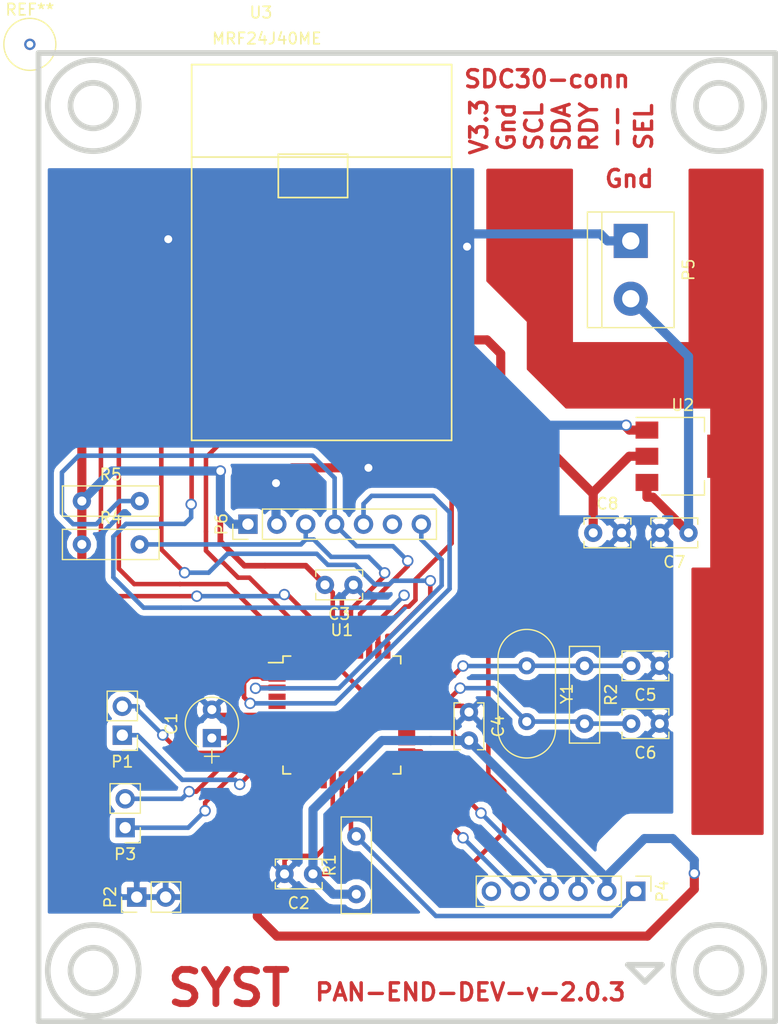
<source format=kicad_pcb>
(kicad_pcb (version 4) (host pcbnew 4.0.5+dfsg1-4)

  (general
    (links 64)
    (no_connects 1)
    (area 106.802999 39.819 175.510001 130.044001)
    (thickness 1.6)
    (drawings 25)
    (tracks 335)
    (zones 0)
    (modules 23)
    (nets 44)
  )

  (page A4)
  (layers
    (0 F.Cu signal)
    (31 B.Cu signal)
    (32 B.Adhes user)
    (33 F.Adhes user)
    (34 B.Paste user)
    (35 F.Paste user)
    (36 B.SilkS user)
    (37 F.SilkS user)
    (38 B.Mask user)
    (39 F.Mask user)
    (40 Dwgs.User user)
    (41 Cmts.User user)
    (42 Eco1.User user)
    (43 Eco2.User user)
    (44 Edge.Cuts user)
    (45 Margin user)
    (46 B.CrtYd user)
    (47 F.CrtYd user)
    (48 B.Fab user)
    (49 F.Fab user)
  )

  (setup
    (last_trace_width 0.25)
    (user_trace_width 0.3)
    (user_trace_width 0.4)
    (user_trace_width 0.5)
    (user_trace_width 0.6)
    (user_trace_width 0.7)
    (user_trace_width 0.8)
    (trace_clearance 0.2)
    (zone_clearance 0.508)
    (zone_45_only yes)
    (trace_min 0.2)
    (segment_width 0.5)
    (edge_width 0.5)
    (via_size 0.8)
    (via_drill 0.5)
    (via_min_size 0.4)
    (via_min_drill 0.3)
    (user_via 6 5)
    (uvia_size 0.3)
    (uvia_drill 0.1)
    (uvias_allowed no)
    (uvia_min_size 0.2)
    (uvia_min_drill 0.1)
    (pcb_text_width 0.3)
    (pcb_text_size 1.5 1.5)
    (mod_edge_width 0.15)
    (mod_text_size 1 1)
    (mod_text_width 0.15)
    (pad_size 1 1)
    (pad_drill 0.6)
    (pad_to_mask_clearance 0.2)
    (aux_axis_origin 109.728 43.942)
    (grid_origin 109.728 43.942)
    (visible_elements FFFFFF7F)
    (pcbplotparams
      (layerselection 0x00020_80000001)
      (usegerberextensions false)
      (excludeedgelayer false)
      (linewidth 0.100000)
      (plotframeref false)
      (viasonmask false)
      (mode 1)
      (useauxorigin false)
      (hpglpennumber 1)
      (hpglpenspeed 20)
      (hpglpendiameter 15)
      (hpglpenoverlay 2)
      (psnegative false)
      (psa4output false)
      (plotreference true)
      (plotvalue true)
      (plotinvisibletext false)
      (padsonsilk false)
      (subtractmaskfromsilk false)
      (outputformat 2)
      (mirror false)
      (drillshape 0)
      (scaleselection 1)
      (outputdirectory ""))
  )

  (net 0 "")
  (net 1 "Net-(C1-Pad1)")
  (net 2 V3.3)
  (net 3 Gnd)
  (net 4 "Net-(C5-Pad2)")
  (net 5 "Net-(C6-Pad2)")
  (net 6 "Net-(C7-Pad1)")
  (net 7 "Net-(P1-Pad1)")
  (net 8 "Net-(P1-Pad2)")
  (net 9 "Net-(P3-Pad1)")
  (net 10 "Net-(P3-Pad2)")
  (net 11 "Net-(P4-Pad1)")
  (net 12 "Net-(P4-Pad4)")
  (net 13 "Net-(P4-Pad5)")
  (net 14 "Net-(P4-Pad6)")
  (net 15 I2C-SCL)
  (net 16 I2C-SDA)
  (net 17 SEN-RDY)
  (net 18 SEN-PWM)
  (net 19 SEN-SEL)
  (net 20 RF-CS)
  (net 21 RF-SDI)
  (net 22 RF-SDO)
  (net 23 RF-SCK)
  (net 24 RF-RESET)
  (net 25 RF-WAKE)
  (net 26 RF-INT)
  (net 27 "Net-(U1-Pad44)")
  (net 28 "Net-(U3-Pad9)")
  (net 29 RA10)
  (net 30 RA7)
  (net 31 RB14)
  (net 32 RB9)
  (net 33 RC8)
  (net 34 RC9)
  (net 35 RB15)
  (net 36 RA0)
  (net 37 RA1)
  (net 38 RB1)
  (net 39 RA8)
  (net 40 RB4)
  (net 41 RC0)
  (net 42 RC1)
  (net 43 RC2)

  (net_class Default "Esta es la clase de red por defecto."
    (clearance 0.2)
    (trace_width 0.25)
    (via_dia 0.8)
    (via_drill 0.5)
    (uvia_dia 0.3)
    (uvia_drill 0.1)
  )

  (net_class Power ""
    (clearance 0.3)
    (trace_width 0.5)
    (via_dia 1)
    (via_drill 0.7)
    (uvia_dia 0.3)
    (uvia_drill 0.1)
    (add_net Gnd)
    (add_net "Net-(C7-Pad1)")
    (add_net V3.3)
  )

  (net_class Signal ""
    (clearance 0.3)
    (trace_width 0.4)
    (via_dia 1)
    (via_drill 0.7)
    (uvia_dia 0.3)
    (uvia_drill 0.1)
    (add_net I2C-SCL)
    (add_net I2C-SDA)
    (add_net "Net-(C1-Pad1)")
    (add_net "Net-(C5-Pad2)")
    (add_net "Net-(C6-Pad2)")
    (add_net "Net-(P1-Pad1)")
    (add_net "Net-(P1-Pad2)")
    (add_net "Net-(P3-Pad1)")
    (add_net "Net-(P3-Pad2)")
    (add_net "Net-(P4-Pad1)")
    (add_net "Net-(P4-Pad4)")
    (add_net "Net-(P4-Pad5)")
    (add_net "Net-(P4-Pad6)")
    (add_net "Net-(U1-Pad44)")
    (add_net "Net-(U3-Pad9)")
    (add_net RA0)
    (add_net RA1)
    (add_net RA10)
    (add_net RA7)
    (add_net RA8)
    (add_net RB1)
    (add_net RB14)
    (add_net RB15)
    (add_net RB4)
    (add_net RB9)
    (add_net RC0)
    (add_net RC1)
    (add_net RC2)
    (add_net RC8)
    (add_net RC9)
    (add_net RF-CS)
    (add_net RF-INT)
    (add_net RF-RESET)
    (add_net RF-SCK)
    (add_net RF-SDI)
    (add_net RF-SDO)
    (add_net RF-WAKE)
    (add_net SEN-PWM)
    (add_net SEN-RDY)
    (add_net SEN-SEL)
  )

  (module Capacitors_THT:CP_Radial_Tantal_D4.5mm_P2.50mm (layer F.Cu) (tedit 597C781B) (tstamp 5B321191)
    (at 125.73 104.902 90)
    (descr "CP, Radial_Tantal series, Radial, pin pitch=2.50mm, , diameter=4.5mm, Tantal Electrolytic Capacitor, http://cdn-reichelt.de/documents/datenblatt/B300/TANTAL-TB-Serie%23.pdf")
    (tags "CP Radial_Tantal series Radial pin pitch 2.50mm  diameter 4.5mm Tantal Electrolytic Capacitor")
    (path /5B2FC8D9)
    (fp_text reference C1 (at 1.25 -3.56 90) (layer F.SilkS)
      (effects (font (size 1 1) (thickness 0.15)))
    )
    (fp_text value "10 uF (Tantalum)" (at 1.25 3.56 90) (layer F.Fab)
      (effects (font (size 1 1) (thickness 0.15)))
    )
    (fp_arc (start 1.25 0) (end -0.770693 -1.18) (angle 119.4) (layer F.SilkS) (width 0.12))
    (fp_arc (start 1.25 0) (end -0.770693 1.18) (angle -119.4) (layer F.SilkS) (width 0.12))
    (fp_arc (start 1.25 0) (end 3.270693 -1.18) (angle 60.6) (layer F.SilkS) (width 0.12))
    (fp_circle (center 1.25 0) (end 3.5 0) (layer F.Fab) (width 0.1))
    (fp_line (start -2.2 0) (end -1 0) (layer F.Fab) (width 0.1))
    (fp_line (start -1.6 -0.65) (end -1.6 0.65) (layer F.Fab) (width 0.1))
    (fp_line (start -2.2 0) (end -1 0) (layer F.SilkS) (width 0.12))
    (fp_line (start -1.6 -0.65) (end -1.6 0.65) (layer F.SilkS) (width 0.12))
    (fp_line (start -1.35 -2.6) (end -1.35 2.6) (layer F.CrtYd) (width 0.05))
    (fp_line (start -1.35 2.6) (end 3.85 2.6) (layer F.CrtYd) (width 0.05))
    (fp_line (start 3.85 2.6) (end 3.85 -2.6) (layer F.CrtYd) (width 0.05))
    (fp_line (start 3.85 -2.6) (end -1.35 -2.6) (layer F.CrtYd) (width 0.05))
    (fp_text user %R (at 1.25 0 90) (layer F.Fab)
      (effects (font (size 1 1) (thickness 0.15)))
    )
    (pad 1 thru_hole rect (at 0 0 90) (size 1.6 1.6) (drill 0.8) (layers *.Cu *.Mask)
      (net 1 "Net-(C1-Pad1)"))
    (pad 2 thru_hole circle (at 2.5 0 90) (size 1.6 1.6) (drill 0.8) (layers *.Cu *.Mask)
      (net 3 Gnd))
    (model ${KISYS3DMOD}/Capacitors_THT.3dshapes/CP_Radial_Tantal_D4.5mm_P2.50mm.wrl
      (at (xyz 0 0 0))
      (scale (xyz 1 1 1))
      (rotate (xyz 0 0 0))
    )
  )

  (module Capacitors_THT:C_Rect_L4.0mm_W2.5mm_P2.50mm (layer F.Cu) (tedit 597BC7C2) (tstamp 5B321197)
    (at 134.62 116.84 180)
    (descr "C, Rect series, Radial, pin pitch=2.50mm, , length*width=4*2.5mm^2, Capacitor")
    (tags "C Rect series Radial pin pitch 2.50mm  length 4mm width 2.5mm Capacitor")
    (path /5B2FDA2A)
    (fp_text reference C2 (at 1.25 -2.56 180) (layer F.SilkS)
      (effects (font (size 1 1) (thickness 0.15)))
    )
    (fp_text value "0.1 uF" (at 1.25 2.56 180) (layer F.Fab)
      (effects (font (size 1 1) (thickness 0.15)))
    )
    (fp_line (start -0.75 -1.25) (end -0.75 1.25) (layer F.Fab) (width 0.1))
    (fp_line (start -0.75 1.25) (end 3.25 1.25) (layer F.Fab) (width 0.1))
    (fp_line (start 3.25 1.25) (end 3.25 -1.25) (layer F.Fab) (width 0.1))
    (fp_line (start 3.25 -1.25) (end -0.75 -1.25) (layer F.Fab) (width 0.1))
    (fp_line (start -0.81 -1.31) (end 3.31 -1.31) (layer F.SilkS) (width 0.12))
    (fp_line (start -0.81 1.31) (end 3.31 1.31) (layer F.SilkS) (width 0.12))
    (fp_line (start -0.81 -1.31) (end -0.81 -0.75) (layer F.SilkS) (width 0.12))
    (fp_line (start -0.81 0.75) (end -0.81 1.31) (layer F.SilkS) (width 0.12))
    (fp_line (start 3.31 -1.31) (end 3.31 -0.75) (layer F.SilkS) (width 0.12))
    (fp_line (start 3.31 0.75) (end 3.31 1.31) (layer F.SilkS) (width 0.12))
    (fp_line (start -1.1 -1.6) (end -1.1 1.6) (layer F.CrtYd) (width 0.05))
    (fp_line (start -1.1 1.6) (end 3.6 1.6) (layer F.CrtYd) (width 0.05))
    (fp_line (start 3.6 1.6) (end 3.6 -1.6) (layer F.CrtYd) (width 0.05))
    (fp_line (start 3.6 -1.6) (end -1.1 -1.6) (layer F.CrtYd) (width 0.05))
    (fp_text user %R (at 1.25 0 180) (layer F.Fab)
      (effects (font (size 1 1) (thickness 0.15)))
    )
    (pad 1 thru_hole circle (at 0 0 180) (size 1.6 1.6) (drill 0.8) (layers *.Cu *.Mask)
      (net 2 V3.3))
    (pad 2 thru_hole circle (at 2.5 0 180) (size 1.6 1.6) (drill 0.8) (layers *.Cu *.Mask)
      (net 3 Gnd))
    (model ${KISYS3DMOD}/Capacitors_THT.3dshapes/C_Rect_L4.0mm_W2.5mm_P2.50mm.wrl
      (at (xyz 0 0 0))
      (scale (xyz 1 1 1))
      (rotate (xyz 0 0 0))
    )
  )

  (module Capacitors_THT:C_Rect_L4.0mm_W2.5mm_P2.50mm (layer F.Cu) (tedit 597BC7C2) (tstamp 5B32119D)
    (at 138.176 91.44 180)
    (descr "C, Rect series, Radial, pin pitch=2.50mm, , length*width=4*2.5mm^2, Capacitor")
    (tags "C Rect series Radial pin pitch 2.50mm  length 4mm width 2.5mm Capacitor")
    (path /5B2FDF02)
    (fp_text reference C3 (at 1.25 -2.56 180) (layer F.SilkS)
      (effects (font (size 1 1) (thickness 0.15)))
    )
    (fp_text value "0.1 uF" (at 1.25 2.56 180) (layer F.Fab)
      (effects (font (size 1 1) (thickness 0.15)))
    )
    (fp_line (start -0.75 -1.25) (end -0.75 1.25) (layer F.Fab) (width 0.1))
    (fp_line (start -0.75 1.25) (end 3.25 1.25) (layer F.Fab) (width 0.1))
    (fp_line (start 3.25 1.25) (end 3.25 -1.25) (layer F.Fab) (width 0.1))
    (fp_line (start 3.25 -1.25) (end -0.75 -1.25) (layer F.Fab) (width 0.1))
    (fp_line (start -0.81 -1.31) (end 3.31 -1.31) (layer F.SilkS) (width 0.12))
    (fp_line (start -0.81 1.31) (end 3.31 1.31) (layer F.SilkS) (width 0.12))
    (fp_line (start -0.81 -1.31) (end -0.81 -0.75) (layer F.SilkS) (width 0.12))
    (fp_line (start -0.81 0.75) (end -0.81 1.31) (layer F.SilkS) (width 0.12))
    (fp_line (start 3.31 -1.31) (end 3.31 -0.75) (layer F.SilkS) (width 0.12))
    (fp_line (start 3.31 0.75) (end 3.31 1.31) (layer F.SilkS) (width 0.12))
    (fp_line (start -1.1 -1.6) (end -1.1 1.6) (layer F.CrtYd) (width 0.05))
    (fp_line (start -1.1 1.6) (end 3.6 1.6) (layer F.CrtYd) (width 0.05))
    (fp_line (start 3.6 1.6) (end 3.6 -1.6) (layer F.CrtYd) (width 0.05))
    (fp_line (start 3.6 -1.6) (end -1.1 -1.6) (layer F.CrtYd) (width 0.05))
    (fp_text user %R (at 1.25 0 180) (layer F.Fab)
      (effects (font (size 1 1) (thickness 0.15)))
    )
    (pad 1 thru_hole circle (at 0 0 180) (size 1.6 1.6) (drill 0.8) (layers *.Cu *.Mask)
      (net 3 Gnd))
    (pad 2 thru_hole circle (at 2.5 0 180) (size 1.6 1.6) (drill 0.8) (layers *.Cu *.Mask)
      (net 2 V3.3))
    (model ${KISYS3DMOD}/Capacitors_THT.3dshapes/C_Rect_L4.0mm_W2.5mm_P2.50mm.wrl
      (at (xyz 0 0 0))
      (scale (xyz 1 1 1))
      (rotate (xyz 0 0 0))
    )
  )

  (module Capacitors_THT:C_Rect_L4.0mm_W2.5mm_P2.50mm (layer F.Cu) (tedit 597BC7C2) (tstamp 5B3211A3)
    (at 148.336 102.616 270)
    (descr "C, Rect series, Radial, pin pitch=2.50mm, , length*width=4*2.5mm^2, Capacitor")
    (tags "C Rect series Radial pin pitch 2.50mm  length 4mm width 2.5mm Capacitor")
    (path /5B2FD077)
    (fp_text reference C4 (at 1.25 -2.56 270) (layer F.SilkS)
      (effects (font (size 1 1) (thickness 0.15)))
    )
    (fp_text value "0.1 uF" (at 1.25 2.56 270) (layer F.Fab)
      (effects (font (size 1 1) (thickness 0.15)))
    )
    (fp_line (start -0.75 -1.25) (end -0.75 1.25) (layer F.Fab) (width 0.1))
    (fp_line (start -0.75 1.25) (end 3.25 1.25) (layer F.Fab) (width 0.1))
    (fp_line (start 3.25 1.25) (end 3.25 -1.25) (layer F.Fab) (width 0.1))
    (fp_line (start 3.25 -1.25) (end -0.75 -1.25) (layer F.Fab) (width 0.1))
    (fp_line (start -0.81 -1.31) (end 3.31 -1.31) (layer F.SilkS) (width 0.12))
    (fp_line (start -0.81 1.31) (end 3.31 1.31) (layer F.SilkS) (width 0.12))
    (fp_line (start -0.81 -1.31) (end -0.81 -0.75) (layer F.SilkS) (width 0.12))
    (fp_line (start -0.81 0.75) (end -0.81 1.31) (layer F.SilkS) (width 0.12))
    (fp_line (start 3.31 -1.31) (end 3.31 -0.75) (layer F.SilkS) (width 0.12))
    (fp_line (start 3.31 0.75) (end 3.31 1.31) (layer F.SilkS) (width 0.12))
    (fp_line (start -1.1 -1.6) (end -1.1 1.6) (layer F.CrtYd) (width 0.05))
    (fp_line (start -1.1 1.6) (end 3.6 1.6) (layer F.CrtYd) (width 0.05))
    (fp_line (start 3.6 1.6) (end 3.6 -1.6) (layer F.CrtYd) (width 0.05))
    (fp_line (start 3.6 -1.6) (end -1.1 -1.6) (layer F.CrtYd) (width 0.05))
    (fp_text user %R (at 1.25 0 270) (layer F.Fab)
      (effects (font (size 1 1) (thickness 0.15)))
    )
    (pad 1 thru_hole circle (at 0 0 270) (size 1.6 1.6) (drill 0.8) (layers *.Cu *.Mask)
      (net 3 Gnd))
    (pad 2 thru_hole circle (at 2.5 0 270) (size 1.6 1.6) (drill 0.8) (layers *.Cu *.Mask)
      (net 2 V3.3))
    (model ${KISYS3DMOD}/Capacitors_THT.3dshapes/C_Rect_L4.0mm_W2.5mm_P2.50mm.wrl
      (at (xyz 0 0 0))
      (scale (xyz 1 1 1))
      (rotate (xyz 0 0 0))
    )
  )

  (module Capacitors_THT:C_Rect_L4.0mm_W2.5mm_P2.50mm (layer F.Cu) (tedit 597BC7C2) (tstamp 5B3211A9)
    (at 165.1 98.552 180)
    (descr "C, Rect series, Radial, pin pitch=2.50mm, , length*width=4*2.5mm^2, Capacitor")
    (tags "C Rect series Radial pin pitch 2.50mm  length 4mm width 2.5mm Capacitor")
    (path /5B2FD52B)
    (fp_text reference C5 (at 1.25 -2.56 180) (layer F.SilkS)
      (effects (font (size 1 1) (thickness 0.15)))
    )
    (fp_text value "22 pF" (at 1.25 2.56 180) (layer F.Fab)
      (effects (font (size 1 1) (thickness 0.15)))
    )
    (fp_line (start -0.75 -1.25) (end -0.75 1.25) (layer F.Fab) (width 0.1))
    (fp_line (start -0.75 1.25) (end 3.25 1.25) (layer F.Fab) (width 0.1))
    (fp_line (start 3.25 1.25) (end 3.25 -1.25) (layer F.Fab) (width 0.1))
    (fp_line (start 3.25 -1.25) (end -0.75 -1.25) (layer F.Fab) (width 0.1))
    (fp_line (start -0.81 -1.31) (end 3.31 -1.31) (layer F.SilkS) (width 0.12))
    (fp_line (start -0.81 1.31) (end 3.31 1.31) (layer F.SilkS) (width 0.12))
    (fp_line (start -0.81 -1.31) (end -0.81 -0.75) (layer F.SilkS) (width 0.12))
    (fp_line (start -0.81 0.75) (end -0.81 1.31) (layer F.SilkS) (width 0.12))
    (fp_line (start 3.31 -1.31) (end 3.31 -0.75) (layer F.SilkS) (width 0.12))
    (fp_line (start 3.31 0.75) (end 3.31 1.31) (layer F.SilkS) (width 0.12))
    (fp_line (start -1.1 -1.6) (end -1.1 1.6) (layer F.CrtYd) (width 0.05))
    (fp_line (start -1.1 1.6) (end 3.6 1.6) (layer F.CrtYd) (width 0.05))
    (fp_line (start 3.6 1.6) (end 3.6 -1.6) (layer F.CrtYd) (width 0.05))
    (fp_line (start 3.6 -1.6) (end -1.1 -1.6) (layer F.CrtYd) (width 0.05))
    (fp_text user %R (at 1.25 0 180) (layer F.Fab)
      (effects (font (size 1 1) (thickness 0.15)))
    )
    (pad 1 thru_hole circle (at 0 0 180) (size 1.6 1.6) (drill 0.8) (layers *.Cu *.Mask)
      (net 3 Gnd))
    (pad 2 thru_hole circle (at 2.5 0 180) (size 1.6 1.6) (drill 0.8) (layers *.Cu *.Mask)
      (net 4 "Net-(C5-Pad2)"))
    (model ${KISYS3DMOD}/Capacitors_THT.3dshapes/C_Rect_L4.0mm_W2.5mm_P2.50mm.wrl
      (at (xyz 0 0 0))
      (scale (xyz 1 1 1))
      (rotate (xyz 0 0 0))
    )
  )

  (module Capacitors_THT:C_Rect_L4.0mm_W2.5mm_P2.50mm (layer F.Cu) (tedit 597BC7C2) (tstamp 5B3211AF)
    (at 165.1 103.632 180)
    (descr "C, Rect series, Radial, pin pitch=2.50mm, , length*width=4*2.5mm^2, Capacitor")
    (tags "C Rect series Radial pin pitch 2.50mm  length 4mm width 2.5mm Capacitor")
    (path /5B2FD579)
    (fp_text reference C6 (at 1.25 -2.56 180) (layer F.SilkS)
      (effects (font (size 1 1) (thickness 0.15)))
    )
    (fp_text value "22 pF" (at 1.25 2.56 180) (layer F.Fab)
      (effects (font (size 1 1) (thickness 0.15)))
    )
    (fp_line (start -0.75 -1.25) (end -0.75 1.25) (layer F.Fab) (width 0.1))
    (fp_line (start -0.75 1.25) (end 3.25 1.25) (layer F.Fab) (width 0.1))
    (fp_line (start 3.25 1.25) (end 3.25 -1.25) (layer F.Fab) (width 0.1))
    (fp_line (start 3.25 -1.25) (end -0.75 -1.25) (layer F.Fab) (width 0.1))
    (fp_line (start -0.81 -1.31) (end 3.31 -1.31) (layer F.SilkS) (width 0.12))
    (fp_line (start -0.81 1.31) (end 3.31 1.31) (layer F.SilkS) (width 0.12))
    (fp_line (start -0.81 -1.31) (end -0.81 -0.75) (layer F.SilkS) (width 0.12))
    (fp_line (start -0.81 0.75) (end -0.81 1.31) (layer F.SilkS) (width 0.12))
    (fp_line (start 3.31 -1.31) (end 3.31 -0.75) (layer F.SilkS) (width 0.12))
    (fp_line (start 3.31 0.75) (end 3.31 1.31) (layer F.SilkS) (width 0.12))
    (fp_line (start -1.1 -1.6) (end -1.1 1.6) (layer F.CrtYd) (width 0.05))
    (fp_line (start -1.1 1.6) (end 3.6 1.6) (layer F.CrtYd) (width 0.05))
    (fp_line (start 3.6 1.6) (end 3.6 -1.6) (layer F.CrtYd) (width 0.05))
    (fp_line (start 3.6 -1.6) (end -1.1 -1.6) (layer F.CrtYd) (width 0.05))
    (fp_text user %R (at 1.25 0 180) (layer F.Fab)
      (effects (font (size 1 1) (thickness 0.15)))
    )
    (pad 1 thru_hole circle (at 0 0 180) (size 1.6 1.6) (drill 0.8) (layers *.Cu *.Mask)
      (net 3 Gnd))
    (pad 2 thru_hole circle (at 2.5 0 180) (size 1.6 1.6) (drill 0.8) (layers *.Cu *.Mask)
      (net 5 "Net-(C6-Pad2)"))
    (model ${KISYS3DMOD}/Capacitors_THT.3dshapes/C_Rect_L4.0mm_W2.5mm_P2.50mm.wrl
      (at (xyz 0 0 0))
      (scale (xyz 1 1 1))
      (rotate (xyz 0 0 0))
    )
  )

  (module Pin_Headers:Pin_Header_Straight_1x02_Pitch2.54mm (layer F.Cu) (tedit 59650532) (tstamp 5B3211C1)
    (at 117.856 104.648 180)
    (descr "Through hole straight pin header, 1x02, 2.54mm pitch, single row")
    (tags "Through hole pin header THT 1x02 2.54mm single row")
    (path /5B2FCF94)
    (fp_text reference P1 (at 0 -2.33 180) (layer F.SilkS)
      (effects (font (size 1 1) (thickness 0.15)))
    )
    (fp_text value CONN_01X02 (at 0 4.87 180) (layer F.Fab)
      (effects (font (size 1 1) (thickness 0.15)))
    )
    (fp_line (start -0.635 -1.27) (end 1.27 -1.27) (layer F.Fab) (width 0.1))
    (fp_line (start 1.27 -1.27) (end 1.27 3.81) (layer F.Fab) (width 0.1))
    (fp_line (start 1.27 3.81) (end -1.27 3.81) (layer F.Fab) (width 0.1))
    (fp_line (start -1.27 3.81) (end -1.27 -0.635) (layer F.Fab) (width 0.1))
    (fp_line (start -1.27 -0.635) (end -0.635 -1.27) (layer F.Fab) (width 0.1))
    (fp_line (start -1.33 3.87) (end 1.33 3.87) (layer F.SilkS) (width 0.12))
    (fp_line (start -1.33 1.27) (end -1.33 3.87) (layer F.SilkS) (width 0.12))
    (fp_line (start 1.33 1.27) (end 1.33 3.87) (layer F.SilkS) (width 0.12))
    (fp_line (start -1.33 1.27) (end 1.33 1.27) (layer F.SilkS) (width 0.12))
    (fp_line (start -1.33 0) (end -1.33 -1.33) (layer F.SilkS) (width 0.12))
    (fp_line (start -1.33 -1.33) (end 0 -1.33) (layer F.SilkS) (width 0.12))
    (fp_line (start -1.8 -1.8) (end -1.8 4.35) (layer F.CrtYd) (width 0.05))
    (fp_line (start -1.8 4.35) (end 1.8 4.35) (layer F.CrtYd) (width 0.05))
    (fp_line (start 1.8 4.35) (end 1.8 -1.8) (layer F.CrtYd) (width 0.05))
    (fp_line (start 1.8 -1.8) (end -1.8 -1.8) (layer F.CrtYd) (width 0.05))
    (fp_text user %R (at 0 1.27 270) (layer F.Fab)
      (effects (font (size 1 1) (thickness 0.15)))
    )
    (pad 1 thru_hole rect (at 0 0 180) (size 1.7 1.7) (drill 1) (layers *.Cu *.Mask)
      (net 7 "Net-(P1-Pad1)"))
    (pad 2 thru_hole oval (at 0 2.54 180) (size 1.7 1.7) (drill 1) (layers *.Cu *.Mask)
      (net 8 "Net-(P1-Pad2)"))
    (model ${KISYS3DMOD}/Pin_Headers.3dshapes/Pin_Header_Straight_1x02_Pitch2.54mm.wrl
      (at (xyz 0 0 0))
      (scale (xyz 1 1 1))
      (rotate (xyz 0 0 0))
    )
  )

  (module Pin_Headers:Pin_Header_Straight_1x02_Pitch2.54mm (layer F.Cu) (tedit 59650532) (tstamp 5B3211C7)
    (at 119.126 118.872 90)
    (descr "Through hole straight pin header, 1x02, 2.54mm pitch, single row")
    (tags "Through hole pin header THT 1x02 2.54mm single row")
    (path /5B2FCFCC)
    (fp_text reference P2 (at 0 -2.33 90) (layer F.SilkS)
      (effects (font (size 1 1) (thickness 0.15)))
    )
    (fp_text value CONN_01X02 (at 0 4.87 90) (layer F.Fab)
      (effects (font (size 1 1) (thickness 0.15)))
    )
    (fp_line (start -0.635 -1.27) (end 1.27 -1.27) (layer F.Fab) (width 0.1))
    (fp_line (start 1.27 -1.27) (end 1.27 3.81) (layer F.Fab) (width 0.1))
    (fp_line (start 1.27 3.81) (end -1.27 3.81) (layer F.Fab) (width 0.1))
    (fp_line (start -1.27 3.81) (end -1.27 -0.635) (layer F.Fab) (width 0.1))
    (fp_line (start -1.27 -0.635) (end -0.635 -1.27) (layer F.Fab) (width 0.1))
    (fp_line (start -1.33 3.87) (end 1.33 3.87) (layer F.SilkS) (width 0.12))
    (fp_line (start -1.33 1.27) (end -1.33 3.87) (layer F.SilkS) (width 0.12))
    (fp_line (start 1.33 1.27) (end 1.33 3.87) (layer F.SilkS) (width 0.12))
    (fp_line (start -1.33 1.27) (end 1.33 1.27) (layer F.SilkS) (width 0.12))
    (fp_line (start -1.33 0) (end -1.33 -1.33) (layer F.SilkS) (width 0.12))
    (fp_line (start -1.33 -1.33) (end 0 -1.33) (layer F.SilkS) (width 0.12))
    (fp_line (start -1.8 -1.8) (end -1.8 4.35) (layer F.CrtYd) (width 0.05))
    (fp_line (start -1.8 4.35) (end 1.8 4.35) (layer F.CrtYd) (width 0.05))
    (fp_line (start 1.8 4.35) (end 1.8 -1.8) (layer F.CrtYd) (width 0.05))
    (fp_line (start 1.8 -1.8) (end -1.8 -1.8) (layer F.CrtYd) (width 0.05))
    (fp_text user %R (at 0 1.27 180) (layer F.Fab)
      (effects (font (size 1 1) (thickness 0.15)))
    )
    (pad 1 thru_hole rect (at 0 0 90) (size 1.7 1.7) (drill 1) (layers *.Cu *.Mask)
      (net 3 Gnd))
    (pad 2 thru_hole oval (at 0 2.54 90) (size 1.7 1.7) (drill 1) (layers *.Cu *.Mask)
      (net 3 Gnd))
    (model ${KISYS3DMOD}/Pin_Headers.3dshapes/Pin_Header_Straight_1x02_Pitch2.54mm.wrl
      (at (xyz 0 0 0))
      (scale (xyz 1 1 1))
      (rotate (xyz 0 0 0))
    )
  )

  (module Pin_Headers:Pin_Header_Straight_1x02_Pitch2.54mm (layer F.Cu) (tedit 59650532) (tstamp 5B3211CD)
    (at 118.11 112.776 180)
    (descr "Through hole straight pin header, 1x02, 2.54mm pitch, single row")
    (tags "Through hole pin header THT 1x02 2.54mm single row")
    (path /5B2FCEE7)
    (fp_text reference P3 (at 0 -2.33 180) (layer F.SilkS)
      (effects (font (size 1 1) (thickness 0.15)))
    )
    (fp_text value CONN_01X02 (at 0 4.87 180) (layer F.Fab)
      (effects (font (size 1 1) (thickness 0.15)))
    )
    (fp_line (start -0.635 -1.27) (end 1.27 -1.27) (layer F.Fab) (width 0.1))
    (fp_line (start 1.27 -1.27) (end 1.27 3.81) (layer F.Fab) (width 0.1))
    (fp_line (start 1.27 3.81) (end -1.27 3.81) (layer F.Fab) (width 0.1))
    (fp_line (start -1.27 3.81) (end -1.27 -0.635) (layer F.Fab) (width 0.1))
    (fp_line (start -1.27 -0.635) (end -0.635 -1.27) (layer F.Fab) (width 0.1))
    (fp_line (start -1.33 3.87) (end 1.33 3.87) (layer F.SilkS) (width 0.12))
    (fp_line (start -1.33 1.27) (end -1.33 3.87) (layer F.SilkS) (width 0.12))
    (fp_line (start 1.33 1.27) (end 1.33 3.87) (layer F.SilkS) (width 0.12))
    (fp_line (start -1.33 1.27) (end 1.33 1.27) (layer F.SilkS) (width 0.12))
    (fp_line (start -1.33 0) (end -1.33 -1.33) (layer F.SilkS) (width 0.12))
    (fp_line (start -1.33 -1.33) (end 0 -1.33) (layer F.SilkS) (width 0.12))
    (fp_line (start -1.8 -1.8) (end -1.8 4.35) (layer F.CrtYd) (width 0.05))
    (fp_line (start -1.8 4.35) (end 1.8 4.35) (layer F.CrtYd) (width 0.05))
    (fp_line (start 1.8 4.35) (end 1.8 -1.8) (layer F.CrtYd) (width 0.05))
    (fp_line (start 1.8 -1.8) (end -1.8 -1.8) (layer F.CrtYd) (width 0.05))
    (fp_text user %R (at 0 1.27 270) (layer F.Fab)
      (effects (font (size 1 1) (thickness 0.15)))
    )
    (pad 1 thru_hole rect (at 0 0 180) (size 1.7 1.7) (drill 1) (layers *.Cu *.Mask)
      (net 9 "Net-(P3-Pad1)"))
    (pad 2 thru_hole oval (at 0 2.54 180) (size 1.7 1.7) (drill 1) (layers *.Cu *.Mask)
      (net 10 "Net-(P3-Pad2)"))
    (model ${KISYS3DMOD}/Pin_Headers.3dshapes/Pin_Header_Straight_1x02_Pitch2.54mm.wrl
      (at (xyz 0 0 0))
      (scale (xyz 1 1 1))
      (rotate (xyz 0 0 0))
    )
  )

  (module Pin_Headers:Pin_Header_Straight_1x06_Pitch2.54mm (layer F.Cu) (tedit 59650532) (tstamp 5B3211D7)
    (at 163.004 118.364 270)
    (descr "Through hole straight pin header, 1x06, 2.54mm pitch, single row")
    (tags "Through hole pin header THT 1x06 2.54mm single row")
    (path /5B2FD964)
    (fp_text reference P4 (at 0 -2.33 270) (layer F.SilkS)
      (effects (font (size 1 1) (thickness 0.15)))
    )
    (fp_text value CONN_01X06 (at 0 15.03 270) (layer F.Fab)
      (effects (font (size 1 1) (thickness 0.15)))
    )
    (fp_line (start -0.635 -1.27) (end 1.27 -1.27) (layer F.Fab) (width 0.1))
    (fp_line (start 1.27 -1.27) (end 1.27 13.97) (layer F.Fab) (width 0.1))
    (fp_line (start 1.27 13.97) (end -1.27 13.97) (layer F.Fab) (width 0.1))
    (fp_line (start -1.27 13.97) (end -1.27 -0.635) (layer F.Fab) (width 0.1))
    (fp_line (start -1.27 -0.635) (end -0.635 -1.27) (layer F.Fab) (width 0.1))
    (fp_line (start -1.33 14.03) (end 1.33 14.03) (layer F.SilkS) (width 0.12))
    (fp_line (start -1.33 1.27) (end -1.33 14.03) (layer F.SilkS) (width 0.12))
    (fp_line (start 1.33 1.27) (end 1.33 14.03) (layer F.SilkS) (width 0.12))
    (fp_line (start -1.33 1.27) (end 1.33 1.27) (layer F.SilkS) (width 0.12))
    (fp_line (start -1.33 0) (end -1.33 -1.33) (layer F.SilkS) (width 0.12))
    (fp_line (start -1.33 -1.33) (end 0 -1.33) (layer F.SilkS) (width 0.12))
    (fp_line (start -1.8 -1.8) (end -1.8 14.5) (layer F.CrtYd) (width 0.05))
    (fp_line (start -1.8 14.5) (end 1.8 14.5) (layer F.CrtYd) (width 0.05))
    (fp_line (start 1.8 14.5) (end 1.8 -1.8) (layer F.CrtYd) (width 0.05))
    (fp_line (start 1.8 -1.8) (end -1.8 -1.8) (layer F.CrtYd) (width 0.05))
    (fp_text user %R (at 0 6.35 360) (layer F.Fab)
      (effects (font (size 1 1) (thickness 0.15)))
    )
    (pad 1 thru_hole rect (at 0 0 270) (size 1.7 1.7) (drill 1) (layers *.Cu *.Mask)
      (net 11 "Net-(P4-Pad1)"))
    (pad 2 thru_hole oval (at 0 2.54 270) (size 1.7 1.7) (drill 1) (layers *.Cu *.Mask)
      (net 2 V3.3))
    (pad 3 thru_hole oval (at 0 5.08 270) (size 1.7 1.7) (drill 1) (layers *.Cu *.Mask)
      (net 3 Gnd))
    (pad 4 thru_hole oval (at 0 7.62 270) (size 1.7 1.7) (drill 1) (layers *.Cu *.Mask)
      (net 12 "Net-(P4-Pad4)"))
    (pad 5 thru_hole oval (at 0 10.16 270) (size 1.7 1.7) (drill 1) (layers *.Cu *.Mask)
      (net 13 "Net-(P4-Pad5)"))
    (pad 6 thru_hole oval (at 0 12.7 270) (size 1.7 1.7) (drill 1) (layers *.Cu *.Mask)
      (net 14 "Net-(P4-Pad6)"))
    (model ${KISYS3DMOD}/Pin_Headers.3dshapes/Pin_Header_Straight_1x06_Pitch2.54mm.wrl
      (at (xyz 0 0 0))
      (scale (xyz 1 1 1))
      (rotate (xyz 0 0 0))
    )
  )

  (module Connectors:bornier2 (layer F.Cu) (tedit 587FD522) (tstamp 5B3211DD)
    (at 162.56 61.214 270)
    (descr "Bornier d'alimentation 2 pins")
    (tags DEV)
    (path /5B2FEE84/5B2FEF19)
    (fp_text reference P5 (at 2.54 -5.08 270) (layer F.SilkS)
      (effects (font (size 1 1) (thickness 0.15)))
    )
    (fp_text value CONN_01X02 (at 2.54 5.08 270) (layer F.Fab)
      (effects (font (size 1 1) (thickness 0.15)))
    )
    (fp_line (start -2.41 2.55) (end 7.49 2.55) (layer F.Fab) (width 0.1))
    (fp_line (start -2.46 -3.75) (end -2.46 3.75) (layer F.Fab) (width 0.1))
    (fp_line (start -2.46 3.75) (end 7.54 3.75) (layer F.Fab) (width 0.1))
    (fp_line (start 7.54 3.75) (end 7.54 -3.75) (layer F.Fab) (width 0.1))
    (fp_line (start 7.54 -3.75) (end -2.46 -3.75) (layer F.Fab) (width 0.1))
    (fp_line (start 7.62 2.54) (end -2.54 2.54) (layer F.SilkS) (width 0.12))
    (fp_line (start 7.62 3.81) (end 7.62 -3.81) (layer F.SilkS) (width 0.12))
    (fp_line (start 7.62 -3.81) (end -2.54 -3.81) (layer F.SilkS) (width 0.12))
    (fp_line (start -2.54 -3.81) (end -2.54 3.81) (layer F.SilkS) (width 0.12))
    (fp_line (start -2.54 3.81) (end 7.62 3.81) (layer F.SilkS) (width 0.12))
    (fp_line (start -2.71 -4) (end 7.79 -4) (layer F.CrtYd) (width 0.05))
    (fp_line (start -2.71 -4) (end -2.71 4) (layer F.CrtYd) (width 0.05))
    (fp_line (start 7.79 4) (end 7.79 -4) (layer F.CrtYd) (width 0.05))
    (fp_line (start 7.79 4) (end -2.71 4) (layer F.CrtYd) (width 0.05))
    (pad 1 thru_hole rect (at 0 0 270) (size 3 3) (drill 1.52) (layers *.Cu *.Mask)
      (net 3 Gnd))
    (pad 2 thru_hole circle (at 5.08 0 270) (size 3 3) (drill 1.52) (layers *.Cu *.Mask)
      (net 6 "Net-(C7-Pad1)"))
    (model ${KISYS3DMOD}/Connectors.3dshapes/bornier2.wrl
      (at (xyz 0 0 0))
      (scale (xyz 1 1 1))
      (rotate (xyz 0 0 0))
    )
  )

  (module Pin_Headers:Pin_Header_Straight_1x07_Pitch2.54mm (layer F.Cu) (tedit 59650532) (tstamp 5B3211E8)
    (at 128.905 86.106 90)
    (descr "Through hole straight pin header, 1x07, 2.54mm pitch, single row")
    (tags "Through hole pin header THT 1x07 2.54mm single row")
    (path /5B2FFAD9/5B2FFAFE)
    (fp_text reference P6 (at 0 -2.33 90) (layer F.SilkS)
      (effects (font (size 1 1) (thickness 0.15)))
    )
    (fp_text value CONN_01X07 (at 0 17.57 90) (layer F.Fab)
      (effects (font (size 1 1) (thickness 0.15)))
    )
    (fp_line (start -0.635 -1.27) (end 1.27 -1.27) (layer F.Fab) (width 0.1))
    (fp_line (start 1.27 -1.27) (end 1.27 16.51) (layer F.Fab) (width 0.1))
    (fp_line (start 1.27 16.51) (end -1.27 16.51) (layer F.Fab) (width 0.1))
    (fp_line (start -1.27 16.51) (end -1.27 -0.635) (layer F.Fab) (width 0.1))
    (fp_line (start -1.27 -0.635) (end -0.635 -1.27) (layer F.Fab) (width 0.1))
    (fp_line (start -1.33 16.57) (end 1.33 16.57) (layer F.SilkS) (width 0.12))
    (fp_line (start -1.33 1.27) (end -1.33 16.57) (layer F.SilkS) (width 0.12))
    (fp_line (start 1.33 1.27) (end 1.33 16.57) (layer F.SilkS) (width 0.12))
    (fp_line (start -1.33 1.27) (end 1.33 1.27) (layer F.SilkS) (width 0.12))
    (fp_line (start -1.33 0) (end -1.33 -1.33) (layer F.SilkS) (width 0.12))
    (fp_line (start -1.33 -1.33) (end 0 -1.33) (layer F.SilkS) (width 0.12))
    (fp_line (start -1.8 -1.8) (end -1.8 17.05) (layer F.CrtYd) (width 0.05))
    (fp_line (start -1.8 17.05) (end 1.8 17.05) (layer F.CrtYd) (width 0.05))
    (fp_line (start 1.8 17.05) (end 1.8 -1.8) (layer F.CrtYd) (width 0.05))
    (fp_line (start 1.8 -1.8) (end -1.8 -1.8) (layer F.CrtYd) (width 0.05))
    (fp_text user %R (at 0 7.62 180) (layer F.Fab)
      (effects (font (size 1 1) (thickness 0.15)))
    )
    (pad 1 thru_hole rect (at 0 0 90) (size 1.7 1.7) (drill 1) (layers *.Cu *.Mask)
      (net 2 V3.3))
    (pad 2 thru_hole oval (at 0 2.54 90) (size 1.7 1.7) (drill 1) (layers *.Cu *.Mask)
      (net 3 Gnd))
    (pad 3 thru_hole oval (at 0 5.08 90) (size 1.7 1.7) (drill 1) (layers *.Cu *.Mask)
      (net 15 I2C-SCL))
    (pad 4 thru_hole oval (at 0 7.62 90) (size 1.7 1.7) (drill 1) (layers *.Cu *.Mask)
      (net 16 I2C-SDA))
    (pad 5 thru_hole oval (at 0 10.16 90) (size 1.7 1.7) (drill 1) (layers *.Cu *.Mask)
      (net 17 SEN-RDY))
    (pad 6 thru_hole oval (at 0 12.7 90) (size 1.7 1.7) (drill 1) (layers *.Cu *.Mask)
      (net 18 SEN-PWM))
    (pad 7 thru_hole oval (at 0 15.24 90) (size 1.7 1.7) (drill 1) (layers *.Cu *.Mask)
      (net 19 SEN-SEL))
    (model ${KISYS3DMOD}/Pin_Headers.3dshapes/Pin_Header_Straight_1x07_Pitch2.54mm.wrl
      (at (xyz 0 0 0))
      (scale (xyz 1 1 1))
      (rotate (xyz 0 0 0))
    )
  )

  (module Resistors_THT:R_Box_L8.4mm_W2.5mm_P5.08mm (layer F.Cu) (tedit 5874F706) (tstamp 5B3211EE)
    (at 138.43 118.618 90)
    (descr "Resistor, Box series, Radial, pin pitch=5.08mm, 0.5W = 1/2W, length*width=8.38*2.54mm^2, http://www.vishay.com/docs/60051/cns020.pdf")
    (tags "Resistor Box series Radial pin pitch 5.08mm 0.5W = 1/2W length 8.38mm width 2.54mm")
    (path /5B2FD9BC)
    (fp_text reference R1 (at 2.54 -2.33 90) (layer F.SilkS)
      (effects (font (size 1 1) (thickness 0.15)))
    )
    (fp_text value 10K (at 2.54 2.33 90) (layer F.Fab)
      (effects (font (size 1 1) (thickness 0.15)))
    )
    (fp_line (start -1.65 -1.27) (end -1.65 1.27) (layer F.Fab) (width 0.1))
    (fp_line (start -1.65 1.27) (end 6.73 1.27) (layer F.Fab) (width 0.1))
    (fp_line (start 6.73 1.27) (end 6.73 -1.27) (layer F.Fab) (width 0.1))
    (fp_line (start 6.73 -1.27) (end -1.65 -1.27) (layer F.Fab) (width 0.1))
    (fp_line (start -1.71 -1.33) (end 6.79 -1.33) (layer F.SilkS) (width 0.12))
    (fp_line (start -1.71 1.33) (end 6.79 1.33) (layer F.SilkS) (width 0.12))
    (fp_line (start -1.71 -1.33) (end -1.71 1.33) (layer F.SilkS) (width 0.12))
    (fp_line (start 6.79 -1.33) (end 6.79 1.33) (layer F.SilkS) (width 0.12))
    (fp_line (start -2 -1.6) (end -2 1.6) (layer F.CrtYd) (width 0.05))
    (fp_line (start -2 1.6) (end 7.05 1.6) (layer F.CrtYd) (width 0.05))
    (fp_line (start 7.05 1.6) (end 7.05 -1.6) (layer F.CrtYd) (width 0.05))
    (fp_line (start 7.05 -1.6) (end -2 -1.6) (layer F.CrtYd) (width 0.05))
    (pad 1 thru_hole circle (at 0 0 90) (size 1.6 1.6) (drill 0.8) (layers *.Cu *.Mask)
      (net 2 V3.3))
    (pad 2 thru_hole circle (at 5.08 0 90) (size 1.6 1.6) (drill 0.8) (layers *.Cu *.Mask)
      (net 11 "Net-(P4-Pad1)"))
    (model ${KISYS3DMOD}/Resistors_THT.3dshapes/R_Box_L8.4mm_W2.5mm_P5.08mm.wrl
      (at (xyz 0 0 0))
      (scale (xyz 0.393701 0.393701 0.393701))
      (rotate (xyz 0 0 0))
    )
  )

  (module Resistors_THT:R_Box_L8.4mm_W2.5mm_P5.08mm (layer F.Cu) (tedit 5874F706) (tstamp 5B3211F4)
    (at 158.496 98.552 270)
    (descr "Resistor, Box series, Radial, pin pitch=5.08mm, 0.5W = 1/2W, length*width=8.38*2.54mm^2, http://www.vishay.com/docs/60051/cns020.pdf")
    (tags "Resistor Box series Radial pin pitch 5.08mm 0.5W = 1/2W length 8.38mm width 2.54mm")
    (path /5B2FD444)
    (fp_text reference R2 (at 2.54 -2.33 270) (layer F.SilkS)
      (effects (font (size 1 1) (thickness 0.15)))
    )
    (fp_text value 1M (at 2.54 2.33 270) (layer F.Fab)
      (effects (font (size 1 1) (thickness 0.15)))
    )
    (fp_line (start -1.65 -1.27) (end -1.65 1.27) (layer F.Fab) (width 0.1))
    (fp_line (start -1.65 1.27) (end 6.73 1.27) (layer F.Fab) (width 0.1))
    (fp_line (start 6.73 1.27) (end 6.73 -1.27) (layer F.Fab) (width 0.1))
    (fp_line (start 6.73 -1.27) (end -1.65 -1.27) (layer F.Fab) (width 0.1))
    (fp_line (start -1.71 -1.33) (end 6.79 -1.33) (layer F.SilkS) (width 0.12))
    (fp_line (start -1.71 1.33) (end 6.79 1.33) (layer F.SilkS) (width 0.12))
    (fp_line (start -1.71 -1.33) (end -1.71 1.33) (layer F.SilkS) (width 0.12))
    (fp_line (start 6.79 -1.33) (end 6.79 1.33) (layer F.SilkS) (width 0.12))
    (fp_line (start -2 -1.6) (end -2 1.6) (layer F.CrtYd) (width 0.05))
    (fp_line (start -2 1.6) (end 7.05 1.6) (layer F.CrtYd) (width 0.05))
    (fp_line (start 7.05 1.6) (end 7.05 -1.6) (layer F.CrtYd) (width 0.05))
    (fp_line (start 7.05 -1.6) (end -2 -1.6) (layer F.CrtYd) (width 0.05))
    (pad 1 thru_hole circle (at 0 0 270) (size 1.6 1.6) (drill 0.8) (layers *.Cu *.Mask)
      (net 4 "Net-(C5-Pad2)"))
    (pad 2 thru_hole circle (at 5.08 0 270) (size 1.6 1.6) (drill 0.8) (layers *.Cu *.Mask)
      (net 5 "Net-(C6-Pad2)"))
    (model ${KISYS3DMOD}/Resistors_THT.3dshapes/R_Box_L8.4mm_W2.5mm_P5.08mm.wrl
      (at (xyz 0 0 0))
      (scale (xyz 0.393701 0.393701 0.393701))
      (rotate (xyz 0 0 0))
    )
  )

  (module Resistors_THT:R_Box_L8.4mm_W2.5mm_P5.08mm (layer F.Cu) (tedit 5874F706) (tstamp 5B321200)
    (at 114.3 87.884)
    (descr "Resistor, Box series, Radial, pin pitch=5.08mm, 0.5W = 1/2W, length*width=8.38*2.54mm^2, http://www.vishay.com/docs/60051/cns020.pdf")
    (tags "Resistor Box series Radial pin pitch 5.08mm 0.5W = 1/2W length 8.38mm width 2.54mm")
    (path /5B2FFAD9/5B30078E)
    (fp_text reference R4 (at 2.54 -2.33) (layer F.SilkS)
      (effects (font (size 1 1) (thickness 0.15)))
    )
    (fp_text value R (at 2.54 2.33) (layer F.Fab)
      (effects (font (size 1 1) (thickness 0.15)))
    )
    (fp_line (start -1.65 -1.27) (end -1.65 1.27) (layer F.Fab) (width 0.1))
    (fp_line (start -1.65 1.27) (end 6.73 1.27) (layer F.Fab) (width 0.1))
    (fp_line (start 6.73 1.27) (end 6.73 -1.27) (layer F.Fab) (width 0.1))
    (fp_line (start 6.73 -1.27) (end -1.65 -1.27) (layer F.Fab) (width 0.1))
    (fp_line (start -1.71 -1.33) (end 6.79 -1.33) (layer F.SilkS) (width 0.12))
    (fp_line (start -1.71 1.33) (end 6.79 1.33) (layer F.SilkS) (width 0.12))
    (fp_line (start -1.71 -1.33) (end -1.71 1.33) (layer F.SilkS) (width 0.12))
    (fp_line (start 6.79 -1.33) (end 6.79 1.33) (layer F.SilkS) (width 0.12))
    (fp_line (start -2 -1.6) (end -2 1.6) (layer F.CrtYd) (width 0.05))
    (fp_line (start -2 1.6) (end 7.05 1.6) (layer F.CrtYd) (width 0.05))
    (fp_line (start 7.05 1.6) (end 7.05 -1.6) (layer F.CrtYd) (width 0.05))
    (fp_line (start 7.05 -1.6) (end -2 -1.6) (layer F.CrtYd) (width 0.05))
    (pad 1 thru_hole circle (at 0 0) (size 1.6 1.6) (drill 0.8) (layers *.Cu *.Mask)
      (net 2 V3.3))
    (pad 2 thru_hole circle (at 5.08 0) (size 1.6 1.6) (drill 0.8) (layers *.Cu *.Mask)
      (net 15 I2C-SCL))
    (model ${KISYS3DMOD}/Resistors_THT.3dshapes/R_Box_L8.4mm_W2.5mm_P5.08mm.wrl
      (at (xyz 0 0 0))
      (scale (xyz 0.393701 0.393701 0.393701))
      (rotate (xyz 0 0 0))
    )
  )

  (module Resistors_THT:R_Box_L8.4mm_W2.5mm_P5.08mm (layer F.Cu) (tedit 5874F706) (tstamp 5B321206)
    (at 114.3 84.074)
    (descr "Resistor, Box series, Radial, pin pitch=5.08mm, 0.5W = 1/2W, length*width=8.38*2.54mm^2, http://www.vishay.com/docs/60051/cns020.pdf")
    (tags "Resistor Box series Radial pin pitch 5.08mm 0.5W = 1/2W length 8.38mm width 2.54mm")
    (path /5B2FFAD9/5B3007BB)
    (fp_text reference R5 (at 2.54 -2.33) (layer F.SilkS)
      (effects (font (size 1 1) (thickness 0.15)))
    )
    (fp_text value R (at 2.54 2.33) (layer F.Fab)
      (effects (font (size 1 1) (thickness 0.15)))
    )
    (fp_line (start -1.65 -1.27) (end -1.65 1.27) (layer F.Fab) (width 0.1))
    (fp_line (start -1.65 1.27) (end 6.73 1.27) (layer F.Fab) (width 0.1))
    (fp_line (start 6.73 1.27) (end 6.73 -1.27) (layer F.Fab) (width 0.1))
    (fp_line (start 6.73 -1.27) (end -1.65 -1.27) (layer F.Fab) (width 0.1))
    (fp_line (start -1.71 -1.33) (end 6.79 -1.33) (layer F.SilkS) (width 0.12))
    (fp_line (start -1.71 1.33) (end 6.79 1.33) (layer F.SilkS) (width 0.12))
    (fp_line (start -1.71 -1.33) (end -1.71 1.33) (layer F.SilkS) (width 0.12))
    (fp_line (start 6.79 -1.33) (end 6.79 1.33) (layer F.SilkS) (width 0.12))
    (fp_line (start -2 -1.6) (end -2 1.6) (layer F.CrtYd) (width 0.05))
    (fp_line (start -2 1.6) (end 7.05 1.6) (layer F.CrtYd) (width 0.05))
    (fp_line (start 7.05 1.6) (end 7.05 -1.6) (layer F.CrtYd) (width 0.05))
    (fp_line (start 7.05 -1.6) (end -2 -1.6) (layer F.CrtYd) (width 0.05))
    (pad 1 thru_hole circle (at 0 0) (size 1.6 1.6) (drill 0.8) (layers *.Cu *.Mask)
      (net 2 V3.3))
    (pad 2 thru_hole circle (at 5.08 0) (size 1.6 1.6) (drill 0.8) (layers *.Cu *.Mask)
      (net 16 I2C-SDA))
    (model ${KISYS3DMOD}/Resistors_THT.3dshapes/R_Box_L8.4mm_W2.5mm_P5.08mm.wrl
      (at (xyz 0 0 0))
      (scale (xyz 0.393701 0.393701 0.393701))
      (rotate (xyz 0 0 0))
    )
  )

  (module Housings_QFP:TQFP-44_10x10mm_Pitch0.8mm (layer F.Cu) (tedit 58CC9A48) (tstamp 5B321236)
    (at 137.16 102.87)
    (descr "44-Lead Plastic Thin Quad Flatpack (PT) - 10x10x1.0 mm Body [TQFP] (see Microchip Packaging Specification 00000049BS.pdf)")
    (tags "QFP 0.8")
    (path /5B2FC813)
    (attr smd)
    (fp_text reference U1 (at 0 -7.45) (layer F.SilkS)
      (effects (font (size 1 1) (thickness 0.15)))
    )
    (fp_text value DSPIC33EP128GM604 (at 0 7.45) (layer F.Fab)
      (effects (font (size 1 1) (thickness 0.15)))
    )
    (fp_text user %R (at 0 0) (layer F.Fab)
      (effects (font (size 1 1) (thickness 0.15)))
    )
    (fp_line (start -4 -5) (end 5 -5) (layer F.Fab) (width 0.15))
    (fp_line (start 5 -5) (end 5 5) (layer F.Fab) (width 0.15))
    (fp_line (start 5 5) (end -5 5) (layer F.Fab) (width 0.15))
    (fp_line (start -5 5) (end -5 -4) (layer F.Fab) (width 0.15))
    (fp_line (start -5 -4) (end -4 -5) (layer F.Fab) (width 0.15))
    (fp_line (start -6.7 -6.7) (end -6.7 6.7) (layer F.CrtYd) (width 0.05))
    (fp_line (start 6.7 -6.7) (end 6.7 6.7) (layer F.CrtYd) (width 0.05))
    (fp_line (start -6.7 -6.7) (end 6.7 -6.7) (layer F.CrtYd) (width 0.05))
    (fp_line (start -6.7 6.7) (end 6.7 6.7) (layer F.CrtYd) (width 0.05))
    (fp_line (start -5.175 -5.175) (end -5.175 -4.6) (layer F.SilkS) (width 0.15))
    (fp_line (start 5.175 -5.175) (end 5.175 -4.5) (layer F.SilkS) (width 0.15))
    (fp_line (start 5.175 5.175) (end 5.175 4.5) (layer F.SilkS) (width 0.15))
    (fp_line (start -5.175 5.175) (end -5.175 4.5) (layer F.SilkS) (width 0.15))
    (fp_line (start -5.175 -5.175) (end -4.5 -5.175) (layer F.SilkS) (width 0.15))
    (fp_line (start -5.175 5.175) (end -4.5 5.175) (layer F.SilkS) (width 0.15))
    (fp_line (start 5.175 5.175) (end 4.5 5.175) (layer F.SilkS) (width 0.15))
    (fp_line (start 5.175 -5.175) (end 4.5 -5.175) (layer F.SilkS) (width 0.15))
    (fp_line (start -5.175 -4.6) (end -6.45 -4.6) (layer F.SilkS) (width 0.15))
    (pad 1 smd rect (at -5.7 -4) (size 1.5 0.55) (layers F.Cu F.Paste F.Mask)
      (net 32 RB9))
    (pad 2 smd rect (at -5.7 -3.2) (size 1.5 0.55) (layers F.Cu F.Paste F.Mask)
      (net 17 SEN-RDY))
    (pad 3 smd rect (at -5.7 -2.4) (size 1.5 0.55) (layers F.Cu F.Paste F.Mask)
      (net 19 SEN-SEL))
    (pad 4 smd rect (at -5.7 -1.6) (size 1.5 0.55) (layers F.Cu F.Paste F.Mask)
      (net 33 RC8))
    (pad 5 smd rect (at -5.7 -0.8) (size 1.5 0.55) (layers F.Cu F.Paste F.Mask)
      (net 34 RC9))
    (pad 6 smd rect (at -5.7 0) (size 1.5 0.55) (layers F.Cu F.Paste F.Mask)
      (net 3 Gnd))
    (pad 7 smd rect (at -5.7 0.8) (size 1.5 0.55) (layers F.Cu F.Paste F.Mask)
      (net 1 "Net-(C1-Pad1)"))
    (pad 8 smd rect (at -5.7 1.6) (size 1.5 0.55) (layers F.Cu F.Paste F.Mask)
      (net 8 "Net-(P1-Pad2)"))
    (pad 9 smd rect (at -5.7 2.4) (size 1.5 0.55) (layers F.Cu F.Paste F.Mask)
      (net 10 "Net-(P3-Pad2)"))
    (pad 10 smd rect (at -5.7 3.2) (size 1.5 0.55) (layers F.Cu F.Paste F.Mask)
      (net 9 "Net-(P3-Pad1)"))
    (pad 11 smd rect (at -5.7 4) (size 1.5 0.55) (layers F.Cu F.Paste F.Mask)
      (net 7 "Net-(P1-Pad1)"))
    (pad 12 smd rect (at -4 5.7 90) (size 1.5 0.55) (layers F.Cu F.Paste F.Mask)
      (net 29 RA10))
    (pad 13 smd rect (at -3.2 5.7 90) (size 1.5 0.55) (layers F.Cu F.Paste F.Mask)
      (net 30 RA7))
    (pad 14 smd rect (at -2.4 5.7 90) (size 1.5 0.55) (layers F.Cu F.Paste F.Mask)
      (net 31 RB14))
    (pad 15 smd rect (at -1.6 5.7 90) (size 1.5 0.55) (layers F.Cu F.Paste F.Mask)
      (net 35 RB15))
    (pad 16 smd rect (at -0.8 5.7 90) (size 1.5 0.55) (layers F.Cu F.Paste F.Mask)
      (net 3 Gnd))
    (pad 17 smd rect (at 0 5.7 90) (size 1.5 0.55) (layers F.Cu F.Paste F.Mask)
      (net 2 V3.3))
    (pad 18 smd rect (at 0.8 5.7 90) (size 1.5 0.55) (layers F.Cu F.Paste F.Mask)
      (net 11 "Net-(P4-Pad1)"))
    (pad 19 smd rect (at 1.6 5.7 90) (size 1.5 0.55) (layers F.Cu F.Paste F.Mask)
      (net 36 RA0))
    (pad 20 smd rect (at 2.4 5.7 90) (size 1.5 0.55) (layers F.Cu F.Paste F.Mask)
      (net 37 RA1))
    (pad 21 smd rect (at 3.2 5.7 90) (size 1.5 0.55) (layers F.Cu F.Paste F.Mask)
      (net 20 RF-CS))
    (pad 22 smd rect (at 4 5.7 90) (size 1.5 0.55) (layers F.Cu F.Paste F.Mask)
      (net 38 RB1))
    (pad 23 smd rect (at 5.7 4) (size 1.5 0.55) (layers F.Cu F.Paste F.Mask)
      (net 13 "Net-(P4-Pad5)"))
    (pad 24 smd rect (at 5.7 3.2) (size 1.5 0.55) (layers F.Cu F.Paste F.Mask)
      (net 12 "Net-(P4-Pad4)"))
    (pad 25 smd rect (at 5.7 2.4) (size 1.5 0.55) (layers F.Cu F.Paste F.Mask)
      (net 41 RC0))
    (pad 26 smd rect (at 5.7 1.6) (size 1.5 0.55) (layers F.Cu F.Paste F.Mask)
      (net 42 RC1))
    (pad 27 smd rect (at 5.7 0.8) (size 1.5 0.55) (layers F.Cu F.Paste F.Mask)
      (net 43 RC2))
    (pad 28 smd rect (at 5.7 0) (size 1.5 0.55) (layers F.Cu F.Paste F.Mask)
      (net 2 V3.3))
    (pad 29 smd rect (at 5.7 -0.8) (size 1.5 0.55) (layers F.Cu F.Paste F.Mask)
      (net 3 Gnd))
    (pad 30 smd rect (at 5.7 -1.6) (size 1.5 0.55) (layers F.Cu F.Paste F.Mask)
      (net 5 "Net-(C6-Pad2)"))
    (pad 31 smd rect (at 5.7 -2.4) (size 1.5 0.55) (layers F.Cu F.Paste F.Mask)
      (net 4 "Net-(C5-Pad2)"))
    (pad 32 smd rect (at 5.7 -3.2) (size 1.5 0.55) (layers F.Cu F.Paste F.Mask)
      (net 39 RA8))
    (pad 33 smd rect (at 5.7 -4) (size 1.5 0.55) (layers F.Cu F.Paste F.Mask)
      (net 40 RB4))
    (pad 34 smd rect (at 4 -5.7 90) (size 1.5 0.55) (layers F.Cu F.Paste F.Mask)
      (net 21 RF-SDI))
    (pad 35 smd rect (at 3.2 -5.7 90) (size 1.5 0.55) (layers F.Cu F.Paste F.Mask)
      (net 22 RF-SDO))
    (pad 36 smd rect (at 2.4 -5.7 90) (size 1.5 0.55) (layers F.Cu F.Paste F.Mask)
      (net 23 RF-SCK))
    (pad 37 smd rect (at 1.6 -5.7 90) (size 1.5 0.55) (layers F.Cu F.Paste F.Mask)
      (net 16 I2C-SDA))
    (pad 38 smd rect (at 0.8 -5.7 90) (size 1.5 0.55) (layers F.Cu F.Paste F.Mask)
      (net 15 I2C-SCL))
    (pad 39 smd rect (at 0 -5.7 90) (size 1.5 0.55) (layers F.Cu F.Paste F.Mask)
      (net 3 Gnd))
    (pad 40 smd rect (at -0.8 -5.7 90) (size 1.5 0.55) (layers F.Cu F.Paste F.Mask)
      (net 2 V3.3))
    (pad 41 smd rect (at -1.6 -5.7 90) (size 1.5 0.55) (layers F.Cu F.Paste F.Mask)
      (net 24 RF-RESET))
    (pad 42 smd rect (at -2.4 -5.7 90) (size 1.5 0.55) (layers F.Cu F.Paste F.Mask)
      (net 25 RF-WAKE))
    (pad 43 smd rect (at -3.2 -5.7 90) (size 1.5 0.55) (layers F.Cu F.Paste F.Mask)
      (net 26 RF-INT))
    (pad 44 smd rect (at -4 -5.7 90) (size 1.5 0.55) (layers F.Cu F.Paste F.Mask)
      (net 27 "Net-(U1-Pad44)"))
    (model ${KISYS3DMOD}/Housings_QFP.3dshapes/TQFP-44_10x10mm_Pitch0.8mm.wrl
      (at (xyz 0 0 0))
      (scale (xyz 1 1 1))
      (rotate (xyz 0 0 0))
    )
  )

  (module TO_SOT_Packages_SMD:SOT-223 (layer F.Cu) (tedit 58CE4E7E) (tstamp 5B32123E)
    (at 167.132 80.137)
    (descr "module CMS SOT223 4 pins")
    (tags "CMS SOT")
    (path /5B2FEE84/5B2FEEAB)
    (attr smd)
    (fp_text reference U2 (at 0 -4.5) (layer F.SilkS)
      (effects (font (size 1 1) (thickness 0.15)))
    )
    (fp_text value AP1117 (at 0 4.5) (layer F.Fab)
      (effects (font (size 1 1) (thickness 0.15)))
    )
    (fp_text user %R (at 0 0 90) (layer F.Fab)
      (effects (font (size 0.8 0.8) (thickness 0.12)))
    )
    (fp_line (start -1.85 -2.3) (end -0.8 -3.35) (layer F.Fab) (width 0.1))
    (fp_line (start 1.91 3.41) (end 1.91 2.15) (layer F.SilkS) (width 0.12))
    (fp_line (start 1.91 -3.41) (end 1.91 -2.15) (layer F.SilkS) (width 0.12))
    (fp_line (start 4.4 -3.6) (end -4.4 -3.6) (layer F.CrtYd) (width 0.05))
    (fp_line (start 4.4 3.6) (end 4.4 -3.6) (layer F.CrtYd) (width 0.05))
    (fp_line (start -4.4 3.6) (end 4.4 3.6) (layer F.CrtYd) (width 0.05))
    (fp_line (start -4.4 -3.6) (end -4.4 3.6) (layer F.CrtYd) (width 0.05))
    (fp_line (start -1.85 -2.3) (end -1.85 3.35) (layer F.Fab) (width 0.1))
    (fp_line (start -1.85 3.41) (end 1.91 3.41) (layer F.SilkS) (width 0.12))
    (fp_line (start -0.8 -3.35) (end 1.85 -3.35) (layer F.Fab) (width 0.1))
    (fp_line (start -4.1 -3.41) (end 1.91 -3.41) (layer F.SilkS) (width 0.12))
    (fp_line (start -1.85 3.35) (end 1.85 3.35) (layer F.Fab) (width 0.1))
    (fp_line (start 1.85 -3.35) (end 1.85 3.35) (layer F.Fab) (width 0.1))
    (pad 4 smd rect (at 3.15 0) (size 2 3.8) (layers F.Cu F.Paste F.Mask)
      (net 2 V3.3))
    (pad 2 smd rect (at -3.15 0) (size 2 1.5) (layers F.Cu F.Paste F.Mask)
      (net 2 V3.3))
    (pad 3 smd rect (at -3.15 2.3) (size 2 1.5) (layers F.Cu F.Paste F.Mask)
      (net 6 "Net-(C7-Pad1)"))
    (pad 1 smd rect (at -3.15 -2.3) (size 2 1.5) (layers F.Cu F.Paste F.Mask)
      (net 3 Gnd))
    (model ${KISYS3DMOD}/TO_SOT_Packages_SMD.3dshapes/SOT-223.wrl
      (at (xyz 0 0 0))
      (scale (xyz 1 1 1))
      (rotate (xyz 0 0 0))
    )
  )

  (module NCP:MRF24J40ME (layer F.Cu) (tedit 5B2F7283) (tstamp 5B32124E)
    (at 123.952 64.77)
    (path /5B2FF2BD/5B2FF2E2)
    (fp_text reference U3 (at 6.096 -23.622) (layer F.SilkS)
      (effects (font (size 1 1) (thickness 0.15)))
    )
    (fp_text value MRF24J40ME (at 6.604 -21.336) (layer F.SilkS)
      (effects (font (size 1 1) (thickness 0.15)))
    )
    (fp_line (start 0 -10.922) (end 22.86 -10.922) (layer F.SilkS) (width 0.15))
    (fp_line (start 7.62 -7.366) (end 7.62 -11.176) (layer F.SilkS) (width 0.15))
    (fp_line (start 7.62 -11.176) (end 13.716 -11.176) (layer F.SilkS) (width 0.15))
    (fp_line (start 13.716 -11.176) (end 13.716 -7.366) (layer F.SilkS) (width 0.15))
    (fp_line (start 7.62 -7.366) (end 13.716 -7.366) (layer F.SilkS) (width 0.15))
    (fp_line (start 0 -19.05) (end 0 13.97) (layer F.SilkS) (width 0.15))
    (fp_line (start 22.86 -19.05) (end 22.86 13.97) (layer F.SilkS) (width 0.15))
    (fp_line (start 0 -19.05) (end 22.86 -19.05) (layer F.SilkS) (width 0.15))
    (fp_line (start 22.86 13.97) (end 0 13.97) (layer F.SilkS) (width 0.15))
    (pad 1 smd rect (at 0 0) (size 2.032 2.032) (layers F.Cu F.Paste F.Mask)
      (net 3 Gnd) (clearance 0.2032))
    (pad 2 smd rect (at 0 2.54) (size 2.032 2.032) (layers F.Cu F.Paste F.Mask)
      (net 24 RF-RESET) (clearance 0.2032))
    (pad 3 smd rect (at 0 5.08) (size 2.032 2.032) (layers F.Cu F.Paste F.Mask)
      (net 25 RF-WAKE) (clearance 0.2032))
    (pad 4 smd rect (at 0 7.62) (size 2.032 2.032) (layers F.Cu F.Paste F.Mask)
      (net 26 RF-INT) (clearance 0.2032))
    (pad 5 smd rect (at 0 10.16) (size 2.032 2.032) (layers F.Cu F.Paste F.Mask)
      (net 21 RF-SDI) (clearance 0.2032))
    (pad 6 smd rect (at 0 12.7) (size 2.032 2.032) (layers F.Cu F.Paste F.Mask)
      (net 23 RF-SCK) (clearance 0.2032))
    (pad 7 smd rect (at 22.86 12.7) (size 2.032 2.032) (layers F.Cu F.Paste F.Mask)
      (net 22 RF-SDO) (clearance 0.2032))
    (pad 8 smd rect (at 22.86 10.16) (size 2.032 2.032) (layers F.Cu F.Paste F.Mask)
      (net 20 RF-CS) (clearance 0.2032))
    (pad 9 smd rect (at 22.86 7.62) (size 2.032 2.032) (layers F.Cu F.Paste F.Mask)
      (net 28 "Net-(U3-Pad9)") (clearance 0.2032))
    (pad 10 smd rect (at 22.86 5.08) (size 2.032 2.032) (layers F.Cu F.Paste F.Mask)
      (net 2 V3.3) (clearance 0.2032))
    (pad 11 smd rect (at 22.86 2.54) (size 2.032 2.032) (layers F.Cu F.Paste F.Mask)
      (net 3 Gnd) (clearance 0.2032))
    (pad 12 smd rect (at 22.86 0) (size 2.032 2.032) (layers F.Cu F.Paste F.Mask)
      (net 3 Gnd) (clearance 0.2032))
  )

  (module Crystals:Crystal_HC18-U_Vertical placed (layer F.Cu) (tedit 58CD2E9B) (tstamp 5B321266)
    (at 153.416 98.552 270)
    (descr "Crystal THT HC-18/U, http://5hertz.com/pdfs/04404_D.pdf")
    (tags "THT crystalHC-18/U")
    (path /5B2FD4B9)
    (fp_text reference Y1 (at 2.45 -3.525 270) (layer F.SilkS)
      (effects (font (size 1 1) (thickness 0.15)))
    )
    (fp_text value "7.3728 MHz" (at 2.45 3.525 270) (layer F.Fab)
      (effects (font (size 1 1) (thickness 0.15)))
    )
    (fp_text user %R (at 2.45 0 270) (layer F.Fab)
      (effects (font (size 1 1) (thickness 0.15)))
    )
    (fp_line (start -0.675 -2.325) (end 5.575 -2.325) (layer F.Fab) (width 0.1))
    (fp_line (start -0.675 2.325) (end 5.575 2.325) (layer F.Fab) (width 0.1))
    (fp_line (start -0.55 -2) (end 5.45 -2) (layer F.Fab) (width 0.1))
    (fp_line (start -0.55 2) (end 5.45 2) (layer F.Fab) (width 0.1))
    (fp_line (start -0.675 -2.525) (end 5.575 -2.525) (layer F.SilkS) (width 0.12))
    (fp_line (start -0.675 2.525) (end 5.575 2.525) (layer F.SilkS) (width 0.12))
    (fp_line (start -3.5 -2.8) (end -3.5 2.8) (layer F.CrtYd) (width 0.05))
    (fp_line (start -3.5 2.8) (end 8.4 2.8) (layer F.CrtYd) (width 0.05))
    (fp_line (start 8.4 2.8) (end 8.4 -2.8) (layer F.CrtYd) (width 0.05))
    (fp_line (start 8.4 -2.8) (end -3.5 -2.8) (layer F.CrtYd) (width 0.05))
    (fp_arc (start -0.675 0) (end -0.675 -2.325) (angle -180) (layer F.Fab) (width 0.1))
    (fp_arc (start 5.575 0) (end 5.575 -2.325) (angle 180) (layer F.Fab) (width 0.1))
    (fp_arc (start -0.55 0) (end -0.55 -2) (angle -180) (layer F.Fab) (width 0.1))
    (fp_arc (start 5.45 0) (end 5.45 -2) (angle 180) (layer F.Fab) (width 0.1))
    (fp_arc (start -0.675 0) (end -0.675 -2.525) (angle -180) (layer F.SilkS) (width 0.12))
    (fp_arc (start 5.575 0) (end 5.575 -2.525) (angle 180) (layer F.SilkS) (width 0.12))
    (pad 1 thru_hole circle (at 0 0 270) (size 1.5 1.5) (drill 0.8) (layers *.Cu *.Mask)
      (net 4 "Net-(C5-Pad2)"))
    (pad 2 thru_hole circle (at 4.9 0 270) (size 1.5 1.5) (drill 0.8) (layers *.Cu *.Mask)
      (net 5 "Net-(C6-Pad2)"))
    (model ${KISYS3DMOD}/Crystals.3dshapes/Crystal_HC18-U_Vertical.wrl
      (at (xyz 0 0 0))
      (scale (xyz 0.393701 0.393701 0.393701))
      (rotate (xyz 0 0 0))
    )
  )

  (module Capacitors_THT:C_Rect_L4.0mm_W2.5mm_P2.50mm (layer F.Cu) (tedit 597BC7C2) (tstamp 5B51C948)
    (at 167.64 86.868 180)
    (descr "C, Rect series, Radial, pin pitch=2.50mm, , length*width=4*2.5mm^2, Capacitor")
    (tags "C Rect series Radial pin pitch 2.50mm  length 4mm width 2.5mm Capacitor")
    (path /5B2FEE84/5B2FEF3C)
    (fp_text reference C7 (at 1.25 -2.56 180) (layer F.SilkS)
      (effects (font (size 1 1) (thickness 0.15)))
    )
    (fp_text value "10 uF" (at 1.25 2.56 180) (layer F.Fab)
      (effects (font (size 1 1) (thickness 0.15)))
    )
    (fp_line (start -0.75 -1.25) (end -0.75 1.25) (layer F.Fab) (width 0.1))
    (fp_line (start -0.75 1.25) (end 3.25 1.25) (layer F.Fab) (width 0.1))
    (fp_line (start 3.25 1.25) (end 3.25 -1.25) (layer F.Fab) (width 0.1))
    (fp_line (start 3.25 -1.25) (end -0.75 -1.25) (layer F.Fab) (width 0.1))
    (fp_line (start -0.81 -1.31) (end 3.31 -1.31) (layer F.SilkS) (width 0.12))
    (fp_line (start -0.81 1.31) (end 3.31 1.31) (layer F.SilkS) (width 0.12))
    (fp_line (start -0.81 -1.31) (end -0.81 -0.75) (layer F.SilkS) (width 0.12))
    (fp_line (start -0.81 0.75) (end -0.81 1.31) (layer F.SilkS) (width 0.12))
    (fp_line (start 3.31 -1.31) (end 3.31 -0.75) (layer F.SilkS) (width 0.12))
    (fp_line (start 3.31 0.75) (end 3.31 1.31) (layer F.SilkS) (width 0.12))
    (fp_line (start -1.1 -1.6) (end -1.1 1.6) (layer F.CrtYd) (width 0.05))
    (fp_line (start -1.1 1.6) (end 3.6 1.6) (layer F.CrtYd) (width 0.05))
    (fp_line (start 3.6 1.6) (end 3.6 -1.6) (layer F.CrtYd) (width 0.05))
    (fp_line (start 3.6 -1.6) (end -1.1 -1.6) (layer F.CrtYd) (width 0.05))
    (fp_text user %R (at 1.25 0 180) (layer F.Fab)
      (effects (font (size 1 1) (thickness 0.15)))
    )
    (pad 1 thru_hole circle (at 0 0 180) (size 1.6 1.6) (drill 0.8) (layers *.Cu *.Mask)
      (net 6 "Net-(C7-Pad1)"))
    (pad 2 thru_hole circle (at 2.5 0 180) (size 1.6 1.6) (drill 0.8) (layers *.Cu *.Mask)
      (net 3 Gnd))
    (model ${KISYS3DMOD}/Capacitors_THT.3dshapes/C_Rect_L4.0mm_W2.5mm_P2.50mm.wrl
      (at (xyz 0 0 0))
      (scale (xyz 1 1 1))
      (rotate (xyz 0 0 0))
    )
  )

  (module Capacitors_THT:C_Rect_L4.0mm_W2.5mm_P2.50mm (layer F.Cu) (tedit 597BC7C2) (tstamp 5B51C94E)
    (at 159.258 86.868)
    (descr "C, Rect series, Radial, pin pitch=2.50mm, , length*width=4*2.5mm^2, Capacitor")
    (tags "C Rect series Radial pin pitch 2.50mm  length 4mm width 2.5mm Capacitor")
    (path /5B2FEE84/5B2FEF6A)
    (fp_text reference C8 (at 1.25 -2.56) (layer F.SilkS)
      (effects (font (size 1 1) (thickness 0.15)))
    )
    (fp_text value "22 uF" (at 1.25 2.56) (layer F.Fab)
      (effects (font (size 1 1) (thickness 0.15)))
    )
    (fp_line (start -0.75 -1.25) (end -0.75 1.25) (layer F.Fab) (width 0.1))
    (fp_line (start -0.75 1.25) (end 3.25 1.25) (layer F.Fab) (width 0.1))
    (fp_line (start 3.25 1.25) (end 3.25 -1.25) (layer F.Fab) (width 0.1))
    (fp_line (start 3.25 -1.25) (end -0.75 -1.25) (layer F.Fab) (width 0.1))
    (fp_line (start -0.81 -1.31) (end 3.31 -1.31) (layer F.SilkS) (width 0.12))
    (fp_line (start -0.81 1.31) (end 3.31 1.31) (layer F.SilkS) (width 0.12))
    (fp_line (start -0.81 -1.31) (end -0.81 -0.75) (layer F.SilkS) (width 0.12))
    (fp_line (start -0.81 0.75) (end -0.81 1.31) (layer F.SilkS) (width 0.12))
    (fp_line (start 3.31 -1.31) (end 3.31 -0.75) (layer F.SilkS) (width 0.12))
    (fp_line (start 3.31 0.75) (end 3.31 1.31) (layer F.SilkS) (width 0.12))
    (fp_line (start -1.1 -1.6) (end -1.1 1.6) (layer F.CrtYd) (width 0.05))
    (fp_line (start -1.1 1.6) (end 3.6 1.6) (layer F.CrtYd) (width 0.05))
    (fp_line (start 3.6 1.6) (end 3.6 -1.6) (layer F.CrtYd) (width 0.05))
    (fp_line (start 3.6 -1.6) (end -1.1 -1.6) (layer F.CrtYd) (width 0.05))
    (fp_text user %R (at 1.25 0) (layer F.Fab)
      (effects (font (size 1 1) (thickness 0.15)))
    )
    (pad 1 thru_hole circle (at 0 0) (size 1.6 1.6) (drill 0.8) (layers *.Cu *.Mask)
      (net 2 V3.3))
    (pad 2 thru_hole circle (at 2.5 0) (size 1.6 1.6) (drill 0.8) (layers *.Cu *.Mask)
      (net 3 Gnd))
    (model ${KISYS3DMOD}/Capacitors_THT.3dshapes/C_Rect_L4.0mm_W2.5mm_P2.50mm.wrl
      (at (xyz 0 0 0))
      (scale (xyz 1 1 1))
      (rotate (xyz 0 0 0))
    )
  )

  (module Connectors:1pin (layer F.Cu) (tedit 5C6BB64D) (tstamp 5C6C4C32)
    (at 109.728 43.942)
    (descr "module 1 pin (ou trou mecanique de percage)")
    (tags DEV)
    (fp_text reference REF** (at 0 -3.048) (layer F.SilkS)
      (effects (font (size 1 1) (thickness 0.15)))
    )
    (fp_text value 1pin (at 0 3) (layer F.Fab)
      (effects (font (size 1 1) (thickness 0.15)))
    )
    (fp_circle (center 0 0) (end 2 0.8) (layer F.Fab) (width 0.1))
    (fp_circle (center 0 0) (end 2.6 0) (layer F.CrtYd) (width 0.05))
    (fp_circle (center 0 0) (end 0 -2.286) (layer F.SilkS) (width 0.12))
    (pad 1 thru_hole circle (at 0 0) (size 1 1) (drill 0.6) (layers *.Cu *.Mask))
  )

  (gr_text Gnd (at 126.0475 118.9355) (layer F.Cu)
    (effects (font (size 1.5 1.5) (thickness 0.3)))
  )
  (gr_text U2Rx (at 112.4585 104.521 90) (layer F.Cu)
    (effects (font (size 1 1) (thickness 0.25)))
  )
  (gr_text U2Tx (at 112.4585 99.822 90) (layer F.Cu)
    (effects (font (size 1 1) (thickness 0.25)))
  )
  (gr_text U1Rx (at 112.4585 114.1095 90) (layer F.Cu)
    (effects (font (size 1 1) (thickness 0.25)))
  )
  (gr_text U1Tx (at 112.4585 109.093 90) (layer F.Cu)
    (effects (font (size 1 1) (thickness 0.25)))
  )
  (gr_line (start 163.8 126.324) (end 162.3 124.824) (angle 90) (layer Edge.Cuts) (width 0.5))
  (gr_line (start 165.3 124.824) (end 163.8 126.324) (angle 90) (layer Edge.Cuts) (width 0.5))
  (gr_line (start 162.3 124.824) (end 165.3 124.824) (angle 90) (layer Edge.Cuts) (width 0.5))
  (gr_text SYST (at 127.2286 126.873) (layer F.Cu)
    (effects (font (size 3 3) (thickness 0.6)))
  )
  (gr_circle (center 115.3 125.324) (end 119.3 125.324) (layer Edge.Cuts) (width 0.5))
  (gr_circle (center 115.3 125.324) (end 117.3 125.324) (layer Edge.Cuts) (width 0.5))
  (gr_circle (center 115.3 49.324) (end 119.3 49.324) (layer Edge.Cuts) (width 0.5))
  (gr_circle (center 115.3 49.324) (end 117.3 49.324) (layer Edge.Cuts) (width 0.5))
  (gr_circle (center 170.3 49.324) (end 174.3 49.324) (layer Edge.Cuts) (width 0.5))
  (gr_circle (center 170.3 49.324) (end 172.3 49.324) (layer Edge.Cuts) (width 0.5))
  (gr_circle (center 170.3 125.324) (end 172.3 125.324) (layer Edge.Cuts) (width 0.5))
  (gr_circle (center 170.3 125.324) (end 174.3 125.324) (layer Edge.Cuts) (width 0.5))
  (gr_line (start 175.26 44.704) (end 110.49 44.704) (angle 90) (layer Edge.Cuts) (width 0.5))
  (gr_line (start 175.26 129.794) (end 175.26 44.704) (angle 90) (layer Edge.Cuts) (width 0.5))
  (gr_line (start 110.49 129.794) (end 175.26 129.794) (angle 90) (layer Edge.Cuts) (width 0.5))
  (gr_line (start 110.49 44.704) (end 110.49 129.794) (angle 90) (layer Edge.Cuts) (width 0.5))
  (gr_text SDC30-conn (at 155.194 46.99) (layer F.Cu)
    (effects (font (size 1.5 1.5) (thickness 0.3)))
  )
  (gr_text "V3.3\nGnd\nSCL\nSDA\nRDY\n--\nSEL" (at 156.464 51.181 90) (layer F.Cu)
    (effects (font (size 1.5 1.5) (thickness 0.3)))
  )
  (gr_text PAN-END-DEV-v-2.0.3 (at 148.463 127.2286) (layer F.Cu)
    (effects (font (size 1.5 1.5) (thickness 0.3)))
  )
  (gr_text Gnd (at 162.433 55.753) (layer F.Cu)
    (effects (font (size 1.5 1.5) (thickness 0.3)))
  )

  (segment (start 128.2623 103.67) (end 127.0303 104.902) (width 0.4) (layer F.Cu) (net 1))
  (segment (start 131.46 103.67) (end 128.2623 103.67) (width 0.4) (layer F.Cu) (net 1))
  (segment (start 125.73 104.902) (end 127.0303 104.902) (width 0.4) (layer F.Cu) (net 1))
  (segment (start 114.3 87.884) (end 114.3 114.4905) (width 0.8) (layer F.Cu) (net 2))
  (segment (start 163.7665 113.7285) (end 160.464 117.031) (width 0.8) (layer B.Cu) (net 2) (tstamp 5B59FA4D))
  (segment (start 166.243 113.7285) (end 163.7665 113.7285) (width 0.8) (layer B.Cu) (net 2) (tstamp 5B59FA48))
  (segment (start 168.148 115.6335) (end 166.243 113.7285) (width 0.8) (layer B.Cu) (net 2) (tstamp 5B59FA45))
  (segment (start 168.148 116.7765) (end 168.148 115.6335) (width 0.8) (layer B.Cu) (net 2) (tstamp 5B59FA44))
  (via (at 168.148 116.7765) (size 1) (drill 0.7) (layers F.Cu B.Cu) (net 2))
  (segment (start 168.148 118.1735) (end 168.148 116.7765) (width 0.8) (layer F.Cu) (net 2) (tstamp 5B59FA3E))
  (segment (start 164.0205 122.301) (end 168.148 118.1735) (width 0.8) (layer F.Cu) (net 2) (tstamp 5B59FA34))
  (segment (start 131.445 122.301) (end 164.0205 122.301) (width 0.8) (layer F.Cu) (net 2) (tstamp 5B59FA2E))
  (segment (start 129.7305 120.5865) (end 131.445 122.301) (width 0.8) (layer F.Cu) (net 2) (tstamp 5B59FA2A))
  (segment (start 129.7305 117.2845) (end 129.7305 120.5865) (width 0.8) (layer F.Cu) (net 2) (tstamp 5B59FA28))
  (segment (start 128.27 115.824) (end 129.7305 117.2845) (width 0.8) (layer F.Cu) (net 2) (tstamp 5B59FA24))
  (segment (start 115.6335 115.824) (end 128.27 115.824) (width 0.8) (layer F.Cu) (net 2) (tstamp 5B59FA23))
  (segment (start 114.3 114.4905) (end 115.6335 115.824) (width 0.8) (layer F.Cu) (net 2) (tstamp 5B59FA19))
  (segment (start 159.258 83.439) (end 155.829 80.01) (width 0.8) (layer F.Cu) (net 2))
  (segment (start 149.9235 69.9135) (end 146.8755 69.9135) (width 0.8) (layer F.Cu) (net 2) (tstamp 5B59F949))
  (segment (start 151.13 71.12) (end 149.9235 69.9135) (width 0.8) (layer F.Cu) (net 2) (tstamp 5B59F946))
  (segment (start 151.13 75.311) (end 151.13 71.12) (width 0.8) (layer F.Cu) (net 2) (tstamp 5B59F93D))
  (segment (start 153.2255 77.4065) (end 151.13 75.311) (width 0.8) (layer F.Cu) (net 2) (tstamp 5B59F936))
  (segment (start 155.829 80.01) (end 153.2255 77.4065) (width 0.8) (layer F.Cu) (net 2) (tstamp 5B59F931))
  (segment (start 146.8755 69.9135) (end 146.812 69.85) (width 0.8) (layer F.Cu) (net 2) (tstamp 5B59F94A))
  (segment (start 130.4036 89.7545) (end 133.9905 89.7545) (width 0.5) (layer F.Cu) (net 2))
  (segment (start 133.9905 89.7545) (end 135.676 91.44) (width 0.5) (layer F.Cu) (net 2) (tstamp 5B598A00))
  (segment (start 126.4768 81.4327) (end 126.4769 81.4327) (width 0.5) (layer F.Cu) (net 2))
  (segment (start 126.4769 81.4327) (end 126.4769 87.6387) (width 0.5) (layer F.Cu) (net 2))
  (segment (start 126.4769 87.6387) (end 128.5927 89.7545) (width 0.5) (layer F.Cu) (net 2))
  (segment (start 128.5927 89.7545) (end 130.4036 89.7545) (width 0.5) (layer F.Cu) (net 2))
  (segment (start 130.4036 89.7545) (end 130.4066 89.7545) (width 0.5) (layer F.Cu) (net 2) (tstamp 5B5989FE))
  (via (at 126.4768 81.4327) (size 1) (drill 0.7) (layers F.Cu B.Cu) (net 2))
  (segment (start 134.62 69.85) (end 146.812 69.85) (width 0.8) (layer F.Cu) (net 2) (tstamp 5B59800A))
  (segment (start 123.4948 58.7248) (end 134.62 69.85) (width 0.8) (layer F.Cu) (net 2) (tstamp 5B598002))
  (segment (start 116.1034 58.7248) (end 123.4948 58.7248) (width 0.8) (layer F.Cu) (net 2) (tstamp 5B597FFE))
  (segment (start 114.3 60.5282) (end 116.1034 58.7248) (width 0.8) (layer F.Cu) (net 2) (tstamp 5B597FF8))
  (segment (start 114.3 84.074) (end 114.3 60.5282) (width 0.8) (layer F.Cu) (net 2))
  (segment (start 144.9832 105.116) (end 140.6798 105.116) (width 0.8) (layer B.Cu) (net 2))
  (segment (start 134.62 115.4115) (end 134.62 116.84) (width 0.8) (layer B.Cu) (net 2))
  (segment (start 134.62 111.1758) (end 134.62 115.4115) (width 0.8) (layer B.Cu) (net 2) (tstamp 5B597F11))
  (segment (start 140.6798 105.116) (end 134.62 111.1758) (width 0.8) (layer B.Cu) (net 2) (tstamp 5B597F0C))
  (segment (start 136.144 116.84) (end 134.62 116.84) (width 0.4) (layer F.Cu) (net 2))
  (segment (start 136.588 116.396) (end 136.144 116.84) (width 0.4) (layer F.Cu) (net 2))
  (segment (start 136.588 112.522) (end 136.588 116.396) (width 0.4) (layer F.Cu) (net 2))
  (segment (start 137.16 111.95) (end 136.588 112.522) (width 0.4) (layer F.Cu) (net 2))
  (segment (start 137.16 108.57) (end 137.16 111.95) (width 0.4) (layer F.Cu) (net 2))
  (segment (start 147.47 105.116) (end 148.336 105.116) (width 0.4) (layer F.Cu) (net 2))
  (segment (start 146.939 104.584) (end 147.47 105.116) (width 0.4) (layer F.Cu) (net 2))
  (segment (start 146.939 103.188) (end 146.939 104.584) (width 0.4) (layer F.Cu) (net 2))
  (segment (start 146.622 102.87) (end 146.939 103.188) (width 0.4) (layer F.Cu) (net 2))
  (segment (start 142.86 102.87) (end 146.622 102.87) (width 0.4) (layer F.Cu) (net 2))
  (segment (start 136.36 92.124) (end 135.676 91.44) (width 0.4) (layer F.Cu) (net 2))
  (segment (start 136.36 97.17) (end 136.36 92.124) (width 0.4) (layer F.Cu) (net 2))
  (segment (start 136.398 118.618) (end 134.62 116.84) (width 0.8) (layer B.Cu) (net 2))
  (segment (start 138.43 118.618) (end 136.398 118.618) (width 0.8) (layer B.Cu) (net 2))
  (segment (start 163.982 80.137) (end 162.4317 80.137) (width 0.8) (layer F.Cu) (net 2))
  (segment (start 114.3 87.884) (end 114.3 84.074) (width 0.8) (layer F.Cu) (net 2))
  (segment (start 128.905 86.106) (end 127.5047 86.106) (width 0.8) (layer B.Cu) (net 2))
  (segment (start 126.4768 81.4327) (end 126.4768 85.0781) (width 0.8) (layer B.Cu) (net 2))
  (segment (start 126.4768 85.0781) (end 127.5047 86.106) (width 0.8) (layer B.Cu) (net 2))
  (segment (start 159.258 83.3107) (end 159.258 83.439) (width 0.8) (layer F.Cu) (net 2))
  (segment (start 159.258 83.439) (end 159.258 86.868) (width 0.8) (layer F.Cu) (net 2) (tstamp 5B59F92F))
  (segment (start 162.4317 80.137) (end 159.258 83.3107) (width 0.8) (layer F.Cu) (net 2))
  (segment (start 116.9413 81.4327) (end 114.3 84.074) (width 0.8) (layer B.Cu) (net 2))
  (segment (start 126.4768 81.4327) (end 116.9413 81.4327) (width 0.8) (layer B.Cu) (net 2))
  (segment (start 148.336 105.116) (end 144.9832 105.116) (width 0.8) (layer B.Cu) (net 2))
  (segment (start 144.9832 105.116) (end 144.9155 105.116) (width 0.8) (layer B.Cu) (net 2) (tstamp 5B597F0A))
  (segment (start 160.464 118.364) (end 160.464 117.031) (width 0.8) (layer B.Cu) (net 2))
  (segment (start 160.464 117.031) (end 160.464 116.9637) (width 0.8) (layer B.Cu) (net 2) (tstamp 5B59FA53))
  (segment (start 160.1837 116.9637) (end 148.336 105.116) (width 0.8) (layer B.Cu) (net 2))
  (segment (start 160.464 116.9637) (end 160.1837 116.9637) (width 0.8) (layer B.Cu) (net 2))
  (segment (start 131.3688 86.0298) (end 131.3688 82.4992) (width 0.8) (layer B.Cu) (net 3))
  (segment (start 153.5019 77.4095) (end 149.7584 81.153) (width 0.8) (layer B.Cu) (net 3) (tstamp 5B598743))
  (segment (start 149.7584 81.153) (end 139.4968 81.153) (width 0.8) (layer B.Cu) (net 3) (tstamp 5B598748))
  (via (at 139.4968 81.153) (size 1) (drill 0.7) (layers F.Cu B.Cu) (net 3))
  (segment (start 139.4968 81.153) (end 135.9916 81.153) (width 0.8) (layer F.Cu) (net 3) (tstamp 5B59874E))
  (segment (start 135.9916 81.153) (end 132.7912 81.153) (width 0.8) (layer F.Cu) (net 3) (tstamp 5B59874F))
  (segment (start 132.7912 81.153) (end 131.445 82.4992) (width 0.8) (layer F.Cu) (net 3) (tstamp 5B598752))
  (segment (start 131.445 82.4992) (end 131.3688 82.4992) (width 0.8) (layer F.Cu) (net 3) (tstamp 5B598757))
  (via (at 131.3688 82.4992) (size 1) (drill 0.7) (layers F.Cu B.Cu) (net 3))
  (segment (start 153.5019 77.4095) (end 153.8986 77.4095) (width 0.8) (layer B.Cu) (net 3))
  (segment (start 131.3688 86.0298) (end 131.445 86.106) (width 0.8) (layer B.Cu) (net 3) (tstamp 5B5987AA))
  (via (at 148.1651 61.7184) (size 1) (drill 0.7) (layers F.Cu B.Cu) (net 3))
  (segment (start 146.812 64.77) (end 146.812 63.0715) (width 0.8) (layer F.Cu) (net 3))
  (segment (start 146.812 63.0715) (end 148.1651 61.7184) (width 0.8) (layer F.Cu) (net 3))
  (via (at 121.8949 61.0631) (size 1) (drill 0.7) (layers F.Cu B.Cu) (net 3))
  (segment (start 123.952 64.77) (end 123.952 63.1202) (width 0.8) (layer F.Cu) (net 3))
  (segment (start 123.952 63.1202) (end 121.8949 61.0631) (width 0.8) (layer F.Cu) (net 3))
  (via (at 162.1505 77.4095) (size 1) (drill 0.7) (layers F.Cu B.Cu) (net 3))
  (segment (start 163.982 77.837) (end 162.4317 77.837) (width 0.8) (layer F.Cu) (net 3))
  (segment (start 153.8986 77.4095) (end 162.1505 77.4095) (width 0.8) (layer B.Cu) (net 3) (tstamp 5B598741))
  (segment (start 162.1505 77.5558) (end 162.1505 77.4095) (width 0.8) (layer F.Cu) (net 3))
  (segment (start 162.4317 77.837) (end 162.1505 77.5558) (width 0.8) (layer F.Cu) (net 3))
  (segment (start 153.8085 77.4095) (end 153.8986 77.4095) (width 0.8) (layer B.Cu) (net 3))
  (segment (start 140.234 102.07) (end 142.86 102.07) (width 0.4) (layer F.Cu) (net 3))
  (segment (start 137.16 98.9965) (end 140.234 102.07) (width 0.4) (layer F.Cu) (net 3))
  (segment (start 137.16 97.17) (end 137.16 98.9965) (width 0.4) (layer F.Cu) (net 3))
  (segment (start 126.198 102.87) (end 125.73 102.402) (width 0.4) (layer F.Cu) (net 3))
  (segment (start 131.46 102.87) (end 126.198 102.87) (width 0.4) (layer F.Cu) (net 3))
  (segment (start 132.12 115.657) (end 132.12 116.84) (width 0.4) (layer F.Cu) (net 3))
  (segment (start 132.524 115.252) (end 132.12 115.657) (width 0.4) (layer F.Cu) (net 3))
  (segment (start 134.938 115.252) (end 132.524 115.252) (width 0.4) (layer F.Cu) (net 3))
  (segment (start 135.763 114.427) (end 134.938 115.252) (width 0.4) (layer F.Cu) (net 3))
  (segment (start 135.763 111.887) (end 135.763 114.427) (width 0.4) (layer F.Cu) (net 3))
  (segment (start 136.36 111.29) (end 135.763 111.887) (width 0.4) (layer F.Cu) (net 3))
  (segment (start 136.36 108.57) (end 136.36 111.29) (width 0.4) (layer F.Cu) (net 3))
  (segment (start 147.79 102.07) (end 148.336 102.616) (width 0.4) (layer F.Cu) (net 3))
  (segment (start 142.86 102.07) (end 147.79 102.07) (width 0.4) (layer F.Cu) (net 3))
  (segment (start 137.16 92.456) (end 138.176 91.44) (width 0.4) (layer F.Cu) (net 3))
  (segment (start 137.16 97.17) (end 137.16 92.456) (width 0.4) (layer F.Cu) (net 3))
  (segment (start 146.812 67.31) (end 146.812 64.77) (width 0.8) (layer F.Cu) (net 3))
  (segment (start 159.8945 60.5988) (end 160.5097 61.214) (width 0.8) (layer B.Cu) (net 3))
  (segment (start 162.56 61.214) (end 160.5097 61.214) (width 0.8) (layer B.Cu) (net 3))
  (segment (start 146.5879 60.5988) (end 159.8945 60.5988) (width 0.8) (layer B.Cu) (net 3))
  (via (at 147.8088 98.5701) (size 1) (drill 0.7) (layers F.Cu B.Cu) (net 4))
  (segment (start 158.496 98.552) (end 162.6 98.552) (width 0.4) (layer B.Cu) (net 4))
  (segment (start 153.416 98.552) (end 158.496 98.552) (width 0.4) (layer B.Cu) (net 4))
  (segment (start 153.3979 98.5701) (end 147.8088 98.5701) (width 0.4) (layer B.Cu) (net 4))
  (segment (start 153.416 98.552) (end 153.3979 98.5701) (width 0.4) (layer B.Cu) (net 4))
  (segment (start 145.9089 100.47) (end 142.86 100.47) (width 0.4) (layer F.Cu) (net 4))
  (segment (start 147.8088 98.5701) (end 145.9089 100.47) (width 0.4) (layer F.Cu) (net 4))
  (via (at 147.5574 100.5116) (size 1) (drill 0.7) (layers F.Cu B.Cu) (net 5))
  (segment (start 158.496 103.632) (end 162.6 103.632) (width 0.4) (layer B.Cu) (net 5))
  (segment (start 158.316 103.452) (end 153.416 103.452) (width 0.4) (layer B.Cu) (net 5))
  (segment (start 158.496 103.632) (end 158.316 103.452) (width 0.4) (layer B.Cu) (net 5))
  (segment (start 150.4756 100.5116) (end 147.5574 100.5116) (width 0.4) (layer B.Cu) (net 5))
  (segment (start 153.416 103.452) (end 150.4756 100.5116) (width 0.4) (layer B.Cu) (net 5))
  (segment (start 146.799 101.27) (end 147.5574 100.5116) (width 0.4) (layer F.Cu) (net 5))
  (segment (start 142.86 101.27) (end 146.799 101.27) (width 0.4) (layer F.Cu) (net 5))
  (segment (start 164.5093 83.7373) (end 167.64 86.868) (width 0.8) (layer F.Cu) (net 6))
  (segment (start 163.982 82.437) (end 163.982 83.7373) (width 0.8) (layer F.Cu) (net 6))
  (segment (start 163.982 83.7373) (end 164.5093 83.7373) (width 0.8) (layer F.Cu) (net 6))
  (segment (start 167.64 71.374) (end 167.64 86.868) (width 0.8) (layer B.Cu) (net 6))
  (segment (start 162.56 66.294) (end 167.64 71.374) (width 0.8) (layer B.Cu) (net 6))
  (via (at 128.1793 108.9674) (size 1) (drill 0.7) (layers F.Cu B.Cu) (net 7))
  (segment (start 117.856 104.648) (end 119.2063 104.648) (width 0.4) (layer B.Cu) (net 7))
  (segment (start 127.7829 108.571) (end 128.1793 108.9674) (width 0.4) (layer B.Cu) (net 7))
  (segment (start 123.1293 108.571) (end 127.7829 108.571) (width 0.4) (layer B.Cu) (net 7))
  (segment (start 119.2063 104.648) (end 123.1293 108.571) (width 0.4) (layer B.Cu) (net 7))
  (segment (start 130.2097 106.937) (end 128.1793 108.9674) (width 0.4) (layer F.Cu) (net 7))
  (segment (start 130.2097 106.87) (end 130.2097 106.937) (width 0.4) (layer F.Cu) (net 7))
  (segment (start 131.46 106.87) (end 130.2097 106.87) (width 0.4) (layer F.Cu) (net 7))
  (via (at 121.4155 104.6311) (size 1) (drill 0.7) (layers F.Cu B.Cu) (net 8))
  (segment (start 117.856 102.108) (end 119.2063 102.108) (width 0.4) (layer B.Cu) (net 8))
  (segment (start 119.2063 102.4219) (end 121.4155 104.6311) (width 0.4) (layer B.Cu) (net 8))
  (segment (start 119.2063 102.108) (end 119.2063 102.4219) (width 0.4) (layer B.Cu) (net 8))
  (segment (start 122.9907 106.2063) (end 121.4155 104.6311) (width 0.4) (layer F.Cu) (net 8))
  (segment (start 126.7548 106.2063) (end 122.9907 106.2063) (width 0.4) (layer F.Cu) (net 8))
  (segment (start 128.4911 104.47) (end 126.7548 106.2063) (width 0.4) (layer F.Cu) (net 8))
  (segment (start 131.46 104.47) (end 128.4911 104.47) (width 0.4) (layer F.Cu) (net 8))
  (via (at 125.1363 111.2889) (size 1) (drill 0.7) (layers F.Cu B.Cu) (net 9))
  (segment (start 123.6492 112.776) (end 125.1363 111.2889) (width 0.4) (layer B.Cu) (net 9))
  (segment (start 118.11 112.776) (end 123.6492 112.776) (width 0.4) (layer B.Cu) (net 9))
  (segment (start 125.1363 110.5692) (end 125.1363 111.2889) (width 0.4) (layer F.Cu) (net 9))
  (segment (start 129.6355 106.07) (end 125.1363 110.5692) (width 0.4) (layer F.Cu) (net 9))
  (segment (start 131.46 106.07) (end 129.6355 106.07) (width 0.4) (layer F.Cu) (net 9))
  (via (at 123.7292 109.6032) (size 1) (drill 0.7) (layers F.Cu B.Cu) (net 10))
  (segment (start 123.0964 110.236) (end 118.11 110.236) (width 0.4) (layer B.Cu) (net 10))
  (segment (start 123.7292 109.6032) (end 123.0964 110.236) (width 0.4) (layer B.Cu) (net 10))
  (segment (start 128.6902 105.27) (end 131.46 105.27) (width 0.4) (layer F.Cu) (net 10))
  (segment (start 124.357 109.6032) (end 128.6902 105.27) (width 0.4) (layer F.Cu) (net 10))
  (segment (start 123.7292 109.6032) (end 124.357 109.6032) (width 0.4) (layer F.Cu) (net 10))
  (segment (start 137.96 113.068) (end 138.43 113.538) (width 0.4) (layer F.Cu) (net 11))
  (segment (start 137.96 108.57) (end 137.96 113.068) (width 0.4) (layer F.Cu) (net 11))
  (segment (start 160.834 120.534) (end 163.004 118.364) (width 0.4) (layer B.Cu) (net 11))
  (segment (start 145.426 120.534) (end 160.834 120.534) (width 0.4) (layer B.Cu) (net 11))
  (segment (start 138.43 113.538) (end 145.426 120.534) (width 0.4) (layer B.Cu) (net 11))
  (via (at 149.3907 111.4905) (size 1) (drill 0.7) (layers F.Cu B.Cu) (net 12))
  (segment (start 142.86 106.07) (end 144.1103 106.07) (width 0.4) (layer F.Cu) (net 12))
  (segment (start 155.384 118.364) (end 155.384 117.0137) (width 0.4) (layer B.Cu) (net 12))
  (segment (start 154.9139 117.0137) (end 149.3907 111.4905) (width 0.4) (layer B.Cu) (net 12))
  (segment (start 155.384 117.0137) (end 154.9139 117.0137) (width 0.4) (layer B.Cu) (net 12))
  (segment (start 144.1103 106.2101) (end 149.3907 111.4905) (width 0.4) (layer F.Cu) (net 12))
  (segment (start 144.1103 106.07) (end 144.1103 106.2101) (width 0.4) (layer F.Cu) (net 12))
  (via (at 147.8162 113.6649) (size 1) (drill 0.7) (layers F.Cu B.Cu) (net 13))
  (segment (start 152.5153 118.364) (end 147.8162 113.6649) (width 0.4) (layer B.Cu) (net 13))
  (segment (start 152.844 118.364) (end 152.5153 118.364) (width 0.4) (layer B.Cu) (net 13))
  (segment (start 142.86 108.7087) (end 147.8162 113.6649) (width 0.4) (layer F.Cu) (net 13))
  (segment (start 142.86 106.87) (end 142.86 108.7087) (width 0.4) (layer F.Cu) (net 13))
  (segment (start 119.38 87.884) (end 133.5573 87.884) (width 0.4) (layer B.Cu) (net 15))
  (segment (start 133.5573 87.884) (end 133.985 87.4563) (width 0.4) (layer B.Cu) (net 15) (tstamp 5B5982E3))
  (segment (start 133.985 87.4563) (end 134.6925 87.4563) (width 0.4) (layer B.Cu) (net 15))
  (via (at 140.9211 90.3862) (size 1) (drill 0.7) (layers F.Cu B.Cu) (net 15))
  (segment (start 133.985 86.106) (end 133.985 87.4563) (width 0.4) (layer B.Cu) (net 15))
  (segment (start 140.9211 90.6461) (end 140.9211 90.3862) (width 0.4) (layer F.Cu) (net 15))
  (segment (start 137.96 93.6072) (end 140.9211 90.6461) (width 0.4) (layer F.Cu) (net 15))
  (segment (start 137.96 97.17) (end 137.96 93.6072) (width 0.4) (layer F.Cu) (net 15))
  (segment (start 139.5164 88.9815) (end 140.9211 90.3862) (width 0.4) (layer B.Cu) (net 15))
  (segment (start 136.2177 88.9815) (end 139.5164 88.9815) (width 0.4) (layer B.Cu) (net 15))
  (segment (start 134.6925 87.4563) (end 136.2177 88.9815) (width 0.4) (layer B.Cu) (net 15))
  (segment (start 142.9546 89.3274) (end 142.9468 89.3274) (width 0.4) (layer B.Cu) (net 16))
  (segment (start 136.525 86.106) (end 137.9862 87.5672) (width 0.4) (layer B.Cu) (net 16))
  (segment (start 138.76 93.9743) (end 138.76 97.17) (width 0.4) (layer F.Cu) (net 16))
  (segment (start 138.76 93.9743) (end 142.9546 89.7797) (width 0.4) (layer F.Cu) (net 16))
  (segment (start 142.9546 89.7797) (end 142.9546 89.3274) (width 0.4) (layer F.Cu) (net 16))
  (via (at 142.9546 89.3274) (size 1) (drill 0.7) (layers F.Cu B.Cu) (net 16))
  (segment (start 138.4554 88.0364) (end 137.9862 87.5672) (width 0.4) (layer B.Cu) (net 16) (tstamp 5B598325))
  (segment (start 141.6558 88.0364) (end 138.4554 88.0364) (width 0.4) (layer B.Cu) (net 16) (tstamp 5B59831F))
  (segment (start 142.9468 89.3274) (end 141.6558 88.0364) (width 0.4) (layer B.Cu) (net 16) (tstamp 5B59831D))
  (segment (start 136.525 86.106) (end 136.525 82.042) (width 0.4) (layer B.Cu) (net 16))
  (segment (start 117.602 84.074) (end 119.38 84.074) (width 0.4) (layer B.Cu) (net 16) (tstamp 5B598180))
  (segment (start 115.57 86.106) (end 117.602 84.074) (width 0.4) (layer B.Cu) (net 16) (tstamp 5B59817C))
  (segment (start 113.538 86.106) (end 115.57 86.106) (width 0.4) (layer B.Cu) (net 16) (tstamp 5B598177))
  (segment (start 112.5474 85.1154) (end 113.538 86.106) (width 0.4) (layer B.Cu) (net 16) (tstamp 5B598176))
  (segment (start 112.5474 81.5594) (end 112.5474 85.1154) (width 0.4) (layer B.Cu) (net 16) (tstamp 5B598174))
  (segment (start 114.0206 80.0862) (end 112.5474 81.5594) (width 0.4) (layer B.Cu) (net 16) (tstamp 5B598173))
  (segment (start 134.5692 80.0862) (end 114.0206 80.0862) (width 0.4) (layer B.Cu) (net 16) (tstamp 5B598170))
  (segment (start 136.525 82.042) (end 134.5692 80.0862) (width 0.4) (layer B.Cu) (net 16) (tstamp 5B598169))
  (segment (start 146.6345 86.6853) (end 146.6345 85.0649) (width 0.4) (layer B.Cu) (net 17))
  (segment (start 129.0923 101.8477) (end 136.5671 101.8477) (width 0.4) (layer B.Cu) (net 17))
  (segment (start 136.5671 101.8477) (end 146.6345 91.7803) (width 0.4) (layer B.Cu) (net 17))
  (segment (start 146.6345 91.7803) (end 146.6345 86.6853) (width 0.4) (layer B.Cu) (net 17))
  (segment (start 131.46 99.67) (end 130.2096 99.67) (width 0.4) (layer F.Cu) (net 17))
  (segment (start 130.2096 99.67) (end 130.0603 99.5207) (width 0.4) (layer F.Cu) (net 17))
  (segment (start 130.0603 99.5207) (end 129.0753 99.5207) (width 0.4) (layer F.Cu) (net 17))
  (segment (start 129.0753 99.5207) (end 128.5619 100.0341) (width 0.4) (layer F.Cu) (net 17))
  (segment (start 128.5619 100.0341) (end 128.5619 101.3173) (width 0.4) (layer F.Cu) (net 17))
  (segment (start 128.5619 101.3173) (end 129.0923 101.8477) (width 0.4) (layer F.Cu) (net 17))
  (via (at 129.0923 101.8477) (size 1) (drill 0.7) (layers F.Cu B.Cu) (net 17))
  (segment (start 139.065 84.328) (end 139.065 86.106) (width 0.4) (layer B.Cu) (net 17) (tstamp 5B59830C))
  (segment (start 139.7762 83.6168) (end 139.065 84.328) (width 0.4) (layer B.Cu) (net 17) (tstamp 5B59830A))
  (segment (start 145.1864 83.6168) (end 139.7762 83.6168) (width 0.4) (layer B.Cu) (net 17) (tstamp 5B598308))
  (segment (start 146.6345 85.0649) (end 145.1864 83.6168) (width 0.4) (layer B.Cu) (net 17) (tstamp 5B598306))
  (via (at 129.5742 100.5254) (size 1) (drill 0.7) (layers F.Cu B.Cu) (net 19))
  (segment (start 129.6296 100.47) (end 129.5742 100.5254) (width 0.4) (layer F.Cu) (net 19))
  (segment (start 131.46 100.47) (end 129.6296 100.47) (width 0.4) (layer F.Cu) (net 19))
  (segment (start 144.145 86.106) (end 144.145 87.4563) (width 0.4) (layer B.Cu) (net 19))
  (segment (start 145.9342 89.2455) (end 144.145 87.4563) (width 0.4) (layer B.Cu) (net 19))
  (segment (start 145.9342 91.4903) (end 145.9342 89.2455) (width 0.4) (layer B.Cu) (net 19))
  (segment (start 136.8991 100.5254) (end 145.9342 91.4903) (width 0.4) (layer B.Cu) (net 19))
  (segment (start 129.5742 100.5254) (end 136.8991 100.5254) (width 0.4) (layer B.Cu) (net 19))
  (segment (start 145.2049 114.6652) (end 145.2049 114.6741) (width 0.4) (layer F.Cu) (net 20))
  (segment (start 140.36 109.8203) (end 145.2049 114.6652) (width 0.4) (layer F.Cu) (net 20))
  (segment (start 150.4124 77.0141) (end 148.3283 74.93) (width 0.4) (layer F.Cu) (net 20))
  (segment (start 140.36 108.57) (end 140.36 109.8203) (width 0.4) (layer F.Cu) (net 20))
  (segment (start 148.3283 74.93) (end 146.812 74.93) (width 0.4) (layer F.Cu) (net 20))
  (segment (start 150.4124 81.0578) (end 150.4124 77.0141) (width 0.4) (layer F.Cu) (net 20) (tstamp 5B598E0B))
  (segment (start 150.0378 81.4324) (end 150.4124 81.0578) (width 0.4) (layer F.Cu) (net 20) (tstamp 5B598E02))
  (segment (start 150.0378 108.1278) (end 150.0378 81.4324) (width 0.4) (layer F.Cu) (net 20) (tstamp 5B598DFC))
  (segment (start 151.4348 109.5248) (end 150.0378 108.1278) (width 0.4) (layer F.Cu) (net 20) (tstamp 5B598DFA))
  (segment (start 151.4348 113.1316) (end 151.4348 109.5248) (width 0.4) (layer F.Cu) (net 20) (tstamp 5B598DF6))
  (segment (start 148.6408 115.9256) (end 151.4348 113.1316) (width 0.4) (layer F.Cu) (net 20) (tstamp 5B598DF2))
  (segment (start 146.4564 115.9256) (end 148.6408 115.9256) (width 0.4) (layer F.Cu) (net 20) (tstamp 5B598DF0))
  (segment (start 145.2049 114.6741) (end 146.4564 115.9256) (width 0.4) (layer F.Cu) (net 20) (tstamp 5B598DED))
  (segment (start 125.4484 90.3681) (end 127.111 88.7055) (width 0.4) (layer B.Cu) (net 21))
  (segment (start 123.3321 90.3681) (end 125.4484 90.3681) (width 0.4) (layer B.Cu) (net 21))
  (via (at 123.3321 90.3681) (size 1) (drill 0.7) (layers F.Cu B.Cu) (net 21))
  (segment (start 122.4357 89.4717) (end 123.3321 90.3681) (width 0.4) (layer F.Cu) (net 21))
  (segment (start 122.4357 89.4717) (end 122.4357 89.4665) (width 0.4) (layer F.Cu) (net 21))
  (segment (start 122.4357 89.4665) (end 121.285 88.3158) (width 0.4) (layer F.Cu) (net 21) (tstamp 5B5981E0))
  (segment (start 121.285 88.3158) (end 121.285 75.3618) (width 0.4) (layer F.Cu) (net 21) (tstamp 5B5981E4))
  (segment (start 121.285 75.3618) (end 121.7168 74.93) (width 0.4) (layer F.Cu) (net 21) (tstamp 5B5981EB))
  (segment (start 121.7168 74.93) (end 122.4357 74.93) (width 0.4) (layer F.Cu) (net 21) (tstamp 5B5981EE))
  (segment (start 123.952 74.93) (end 122.4357 74.93) (width 0.4) (layer F.Cu) (net 21))
  (segment (start 127.111 88.7055) (end 134.9514 88.7055) (width 0.4) (layer B.Cu) (net 21))
  (segment (start 134.9514 88.7055) (end 135.9277 89.6818) (width 0.4) (layer B.Cu) (net 21))
  (segment (start 135.9277 89.6818) (end 138.3313 89.6818) (width 0.4) (layer B.Cu) (net 21))
  (segment (start 138.3313 89.6818) (end 140.036 91.3865) (width 0.4) (layer B.Cu) (net 21))
  (segment (start 140.036 91.3865) (end 141.3355 91.3865) (width 0.4) (layer B.Cu) (net 21))
  (segment (start 141.3355 91.3865) (end 141.6461 91.0759) (width 0.4) (layer B.Cu) (net 21))
  (segment (start 141.6461 91.0759) (end 144.9339 91.0759) (width 0.4) (layer B.Cu) (net 21))
  (segment (start 141.16 95.9197) (end 141.4662 95.9197) (width 0.4) (layer F.Cu) (net 21))
  (segment (start 141.4662 95.9197) (end 144.9339 92.452) (width 0.4) (layer F.Cu) (net 21))
  (segment (start 144.9339 92.452) (end 144.9339 91.0759) (width 0.4) (layer F.Cu) (net 21))
  (segment (start 141.16 97.17) (end 141.16 95.9197) (width 0.4) (layer F.Cu) (net 21))
  (via (at 144.9339 91.0759) (size 1) (drill 0.7) (layers F.Cu B.Cu) (net 21))
  (segment (start 146.812 77.47) (end 146.812 78.9863) (width 0.4) (layer F.Cu) (net 22))
  (segment (start 140.36 97.17) (end 140.36 95.9197) (width 0.4) (layer F.Cu) (net 22))
  (segment (start 146.812 87.783) (end 146.812 78.9863) (width 0.4) (layer F.Cu) (net 22))
  (segment (start 143.6321 90.9629) (end 146.812 87.783) (width 0.4) (layer F.Cu) (net 22))
  (segment (start 143.6321 92.7635) (end 143.6321 90.9629) (width 0.4) (layer F.Cu) (net 22))
  (segment (start 143.0462 93.3494) (end 143.6321 92.7635) (width 0.4) (layer F.Cu) (net 22))
  (segment (start 142.7322 93.3494) (end 143.0462 93.3494) (width 0.4) (layer F.Cu) (net 22))
  (segment (start 140.36 95.7216) (end 142.7322 93.3494) (width 0.4) (layer F.Cu) (net 22))
  (segment (start 140.36 95.9197) (end 140.36 95.7216) (width 0.4) (layer F.Cu) (net 22))
  (segment (start 123.0309 93.4422) (end 119.7312 93.4422) (width 0.4) (layer B.Cu) (net 23))
  (segment (start 139.56 97.17) (end 139.56 95.4209) (width 0.4) (layer F.Cu) (net 23))
  (segment (start 139.56 95.4209) (end 142.6318 92.3491) (width 0.4) (layer F.Cu) (net 23))
  (segment (start 123.0309 93.4422) (end 141.5387 93.4422) (width 0.4) (layer B.Cu) (net 23))
  (segment (start 141.5387 93.4422) (end 142.6318 92.3491) (width 0.4) (layer B.Cu) (net 23))
  (segment (start 123.952 84.3174) (end 123.952 77.47) (width 0.4) (layer F.Cu) (net 23))
  (segment (start 123.952 84.3174) (end 123.9106 84.3588) (width 0.4) (layer F.Cu) (net 23))
  (via (at 142.6318 92.3491) (size 1) (drill 0.7) (layers F.Cu B.Cu) (net 23))
  (via (at 123.9106 84.3588) (size 1) (drill 0.7) (layers F.Cu B.Cu) (net 23))
  (segment (start 123.9106 85.5124) (end 123.9106 84.3588) (width 0.4) (layer B.Cu) (net 23) (tstamp 5B598A73))
  (segment (start 123.3424 86.0806) (end 123.9106 85.5124) (width 0.4) (layer B.Cu) (net 23) (tstamp 5B598A70))
  (segment (start 118.1862 86.0806) (end 123.3424 86.0806) (width 0.4) (layer B.Cu) (net 23) (tstamp 5B598A6D))
  (segment (start 117.0686 87.1982) (end 118.1862 86.0806) (width 0.4) (layer B.Cu) (net 23) (tstamp 5B598A6C))
  (segment (start 117.0686 90.7796) (end 117.0686 87.1982) (width 0.4) (layer B.Cu) (net 23) (tstamp 5B598A6A))
  (segment (start 119.7312 93.4422) (end 117.0686 90.7796) (width 0.4) (layer B.Cu) (net 23) (tstamp 5B598A66))
  (segment (start 124.4107 92.4305) (end 117.2971 92.4305) (width 0.4) (layer F.Cu) (net 24))
  (segment (start 135.56 97.17) (end 135.56 95.4714) (width 0.4) (layer F.Cu) (net 24))
  (segment (start 135.56 95.4714) (end 132.3792 92.2906) (width 0.4) (layer F.Cu) (net 24))
  (segment (start 132.3792 92.2906) (end 132.1012 92.2906) (width 0.4) (layer F.Cu) (net 24))
  (segment (start 124.4107 92.4305) (end 131.9613 92.4305) (width 0.4) (layer B.Cu) (net 24))
  (segment (start 131.9613 92.4305) (end 132.1012 92.2906) (width 0.4) (layer B.Cu) (net 24))
  (segment (start 122.4357 67.31) (end 123.952 67.31) (width 0.4) (layer F.Cu) (net 24))
  (via (at 132.1012 92.2906) (size 1) (drill 0.7) (layers F.Cu B.Cu) (net 24))
  (via (at 124.4107 92.4305) (size 1) (drill 0.7) (layers F.Cu B.Cu) (net 24))
  (segment (start 117.2464 67.31) (end 122.4357 67.31) (width 0.4) (layer F.Cu) (net 24) (tstamp 5B5981AF))
  (segment (start 115.9764 68.58) (end 117.2464 67.31) (width 0.4) (layer F.Cu) (net 24) (tstamp 5B5981A8))
  (segment (start 115.9764 91.1098) (end 115.9764 68.58) (width 0.4) (layer F.Cu) (net 24) (tstamp 5B5981A5))
  (segment (start 117.2971 92.4305) (end 115.9764 91.1098) (width 0.4) (layer F.Cu) (net 24) (tstamp 5B59819F))
  (segment (start 134.76 95.6761) (end 134.76 95.661352) (width 0.4) (layer F.Cu) (net 25))
  (segment (start 125.2113 86.7664) (end 125.2113 88.4321) (width 0.4) (layer F.Cu) (net 25) (tstamp 5B598299))
  (segment (start 134.76 95.6761) (end 134.76 97.17) (width 0.4) (layer F.Cu) (net 25))
  (segment (start 126.2126 89.4334) (end 125.2113 88.4321) (width 0.4) (layer F.Cu) (net 25) (tstamp 5B598C94))
  (segment (start 126.6698 89.4334) (end 126.2126 89.4334) (width 0.4) (layer F.Cu) (net 25) (tstamp 5B598C92))
  (segment (start 128.0414 90.805) (end 126.6698 89.4334) (width 0.4) (layer F.Cu) (net 25) (tstamp 5B598C8F))
  (segment (start 129.032 90.805) (end 128.0414 90.805) (width 0.4) (layer F.Cu) (net 25) (tstamp 5B598C8E))
  (segment (start 132.8928 94.6658) (end 129.032 90.805) (width 0.4) (layer F.Cu) (net 25) (tstamp 5B598C87))
  (segment (start 133.764448 94.6658) (end 132.8928 94.6658) (width 0.4) (layer F.Cu) (net 25) (tstamp 5B598C83))
  (segment (start 134.76 95.661352) (end 133.764448 94.6658) (width 0.4) (layer F.Cu) (net 25) (tstamp 5B598C81))
  (segment (start 125.2113 86.7664) (end 125.2113 80.2493) (width 0.4) (layer F.Cu) (net 25))
  (segment (start 125.4683 69.85) (end 123.952 69.85) (width 0.4) (layer F.Cu) (net 25))
  (segment (start 126.1618 69.85) (end 125.4683 69.85) (width 0.4) (layer F.Cu) (net 25) (tstamp 5B598C30))
  (segment (start 126.5428 70.231) (end 126.1618 69.85) (width 0.4) (layer F.Cu) (net 25) (tstamp 5B598C2C))
  (segment (start 126.5428 78.9178) (end 126.5428 70.231) (width 0.4) (layer F.Cu) (net 25) (tstamp 5B598C2B))
  (segment (start 125.2113 80.2493) (end 126.5428 78.9178) (width 0.4) (layer F.Cu) (net 25) (tstamp 5B598C29))
  (segment (start 125.2113 86.7664) (end 125.2113 86.7468) (width 0.4) (layer F.Cu) (net 25) (tstamp 5B598C27))
  (segment (start 127.092 91.3684) (end 127.1062 91.3684) (width 0.4) (layer F.Cu) (net 26))
  (segment (start 122.936 91.3684) (end 127.092 91.3684) (width 0.4) (layer F.Cu) (net 26) (tstamp 5B5981C9))
  (segment (start 133.994198 95.885502) (end 133.96 95.885502) (width 0.4) (layer F.Cu) (net 26) (tstamp 5B598CB7))
  (segment (start 133.485696 95.377) (end 133.994198 95.885502) (width 0.4) (layer F.Cu) (net 26) (tstamp 5B598CB5))
  (segment (start 131.1148 95.377) (end 133.485696 95.377) (width 0.4) (layer F.Cu) (net 26) (tstamp 5B598CAC))
  (segment (start 127.1062 91.3684) (end 131.1148 95.377) (width 0.4) (layer F.Cu) (net 26) (tstamp 5B598CA7))
  (segment (start 122.936 91.3684) (end 118.902 91.3684) (width 0.4) (layer F.Cu) (net 26))
  (segment (start 122.4357 72.39) (end 123.952 72.39) (width 0.4) (layer F.Cu) (net 26))
  (segment (start 119.1006 72.39) (end 122.4357 72.39) (width 0.4) (layer F.Cu) (net 26) (tstamp 5B5981D2))
  (segment (start 117.5512 73.9394) (end 119.1006 72.39) (width 0.4) (layer F.Cu) (net 26) (tstamp 5B5981CE))
  (segment (start 117.5512 90.0176) (end 117.5512 73.9394) (width 0.4) (layer F.Cu) (net 26) (tstamp 5B5981CC))
  (segment (start 118.902 91.3684) (end 117.5512 90.0176) (width 0.4) (layer F.Cu) (net 26) (tstamp 5B5981CB))
  (segment (start 133.96 97.17) (end 133.96 95.885502) (width 0.4) (layer F.Cu) (net 26))
  (segment (start 133.96 95.885502) (end 133.96 95.9197) (width 0.4) (layer F.Cu) (net 26) (tstamp 5B598CB8))
  (segment (start 122.9178 91.3684) (end 122.936 91.3684) (width 0.4) (layer F.Cu) (net 26))

  (zone (net 0) (net_name "") (layer F.Cu) (tstamp 5B32949D) (hatch edge 0.508)
    (connect_pads (clearance 0.508))
    (min_thickness 0.254)
    (keepout (tracks allowed) (vias not_allowed) (copperpour allowed))
    (fill (arc_segments 16) (thermal_gap 0.508) (thermal_bridge_width 0.508))
    (polygon
      (pts
        (xy 141.732 107.442) (xy 132.588 107.442) (xy 132.588 98.298) (xy 141.732 98.298)
      )
    )
  )
  (zone (net 0) (net_name "") (layer F.Cu) (tstamp 5B32949E) (hatch edge 0.508)
    (connect_pads (clearance 0.508))
    (min_thickness 0.254)
    (keepout (tracks not_allowed) (vias not_allowed) (copperpour allowed))
    (fill (arc_segments 16) (thermal_gap 0.508) (thermal_bridge_width 0.508))
    (polygon
      (pts
        (xy 119.38 106.172) (xy 116.332 106.172) (xy 116.332 100.584) (xy 119.38 100.584)
      )
    )
  )
  (zone (net 0) (net_name "") (layer F.Cu) (tstamp 5B3294A1) (hatch edge 0.508)
    (connect_pads (clearance 0.508))
    (min_thickness 0.254)
    (keepout (tracks not_allowed) (vias not_allowed) (copperpour allowed))
    (fill (arc_segments 16) (thermal_gap 0.508) (thermal_bridge_width 0.508))
    (polygon
      (pts
        (xy 119.634 114.3) (xy 116.586 114.3) (xy 116.586 108.712) (xy 119.634 108.712)
      )
    )
  )
  (zone (net 0) (net_name "") (layer F.Cu) (tstamp 5B3294A4) (hatch edge 0.508)
    (connect_pads (clearance 0.508))
    (min_thickness 0.254)
    (keepout (tracks not_allowed) (vias not_allowed) (copperpour allowed))
    (fill (arc_segments 16) (thermal_gap 0.508) (thermal_bridge_width 0.508))
    (polygon
      (pts
        (xy 123.19 120.523) (xy 117.602 120.523) (xy 117.602 117.348) (xy 123.19 117.348)
      )
    )
  )
  (zone (net 0) (net_name "") (layer F.Cu) (tstamp 5B3294AD) (hatch edge 0.508)
    (connect_pads (clearance 0.508))
    (min_thickness 0.254)
    (keepout (tracks not_allowed) (vias not_allowed) (copperpour allowed))
    (fill (arc_segments 16) (thermal_gap 0.508) (thermal_bridge_width 0.508))
    (polygon
      (pts
        (xy 145.796 87.63) (xy 127.254 87.63) (xy 127.254 84.582) (xy 145.796 84.582)
      )
    )
  )
  (zone (net 0) (net_name "") (layer F.Cu) (tstamp 5B438D51) (hatch edge 0.508)
    (connect_pads (clearance 0.508))
    (min_thickness 0.254)
    (keepout (tracks not_allowed) (vias not_allowed) (copperpour allowed))
    (fill (arc_segments 16) (thermal_gap 0.508) (thermal_bridge_width 0.508))
    (polygon
      (pts
        (xy 166.624 69.088) (xy 158.496 69.088) (xy 158.496 58.42) (xy 166.624 58.42)
      )
    )
  )
  (zone (net 0) (net_name "") (layer F.Cu) (tstamp 5B44D54C) (hatch edge 0.508)
    (connect_pads (clearance 0.508))
    (min_thickness 0.254)
    (keepout (tracks not_allowed) (vias not_allowed) (copperpour allowed))
    (fill (arc_segments 16) (thermal_gap 0.508) (thermal_bridge_width 0.508))
    (polygon
      (pts
        (xy 164.973 120.396) (xy 148.463 120.396) (xy 148.463 116.332) (xy 164.973 116.332)
      )
    )
  )
  (zone (net 0) (net_name "") (layer F.Cu) (tstamp 5B51C4A0) (hatch edge 0.508)
    (connect_pads (clearance 0.508))
    (min_thickness 0.254)
    (keepout (tracks allowed) (vias not_allowed) (copperpour allowed))
    (fill (arc_segments 16) (thermal_gap 0.508) (thermal_bridge_width 0.508))
    (polygon
      (pts
        (xy 146.685 78.613) (xy 124.079 78.613) (xy 124.079 45.847) (xy 146.685 45.847)
      )
    )
  )
  (zone (net 2) (net_name V3.3) (layer F.Cu) (tstamp 5B534BD7) (hatch full 0.508)
    (connect_pads yes (clearance 0.508))
    (min_thickness 0.254)
    (fill yes (arc_segments 16) (thermal_gap 0.508) (thermal_bridge_width 0.508))
    (polygon
      (pts
        (xy 157.48 70.104) (xy 167.64 70.104) (xy 167.64 54.864) (xy 174.244 54.864) (xy 174.244 113.411)
        (xy 167.894 113.411) (xy 167.894 89.916) (xy 169.545 89.916) (xy 169.545 75.946) (xy 156.845 75.946)
        (xy 153.416 72.517) (xy 153.416 68.326) (xy 149.86 64.77) (xy 149.86 54.864) (xy 157.48 54.864)
      )
    )
    (filled_polygon
      (pts
        (xy 157.353 70.104) (xy 157.363006 70.15341) (xy 157.391447 70.195035) (xy 157.433841 70.222315) (xy 157.48 70.231)
        (xy 167.64 70.231) (xy 167.68941 70.220994) (xy 167.731035 70.192553) (xy 167.758315 70.150159) (xy 167.767 70.104)
        (xy 167.767 54.991) (xy 174.117 54.991) (xy 174.117 113.284) (xy 168.021 113.284) (xy 168.021 90.043)
        (xy 169.545 90.043) (xy 169.59441 90.032994) (xy 169.636035 90.004553) (xy 169.663315 89.962159) (xy 169.672 89.916)
        (xy 169.672 75.946) (xy 169.661994 75.89659) (xy 169.633553 75.854965) (xy 169.591159 75.827685) (xy 169.545 75.819)
        (xy 156.897606 75.819) (xy 153.543 72.464394) (xy 153.543 68.326) (xy 153.532994 68.27659) (xy 153.505803 68.236197)
        (xy 149.987 64.717394) (xy 149.987 54.991) (xy 157.353 54.991)
      )
    )
  )
  (zone (net 0) (net_name "") (layer F.Cu) (tstamp 5B54FAA5) (hatch edge 0.508)
    (connect_pads (clearance 0.508))
    (min_thickness 0.254)
    (keepout (tracks not_allowed) (vias not_allowed) (copperpour allowed))
    (fill (arc_segments 16) (thermal_gap 0.508) (thermal_bridge_width 0.508))
    (polygon
      (pts
        (xy 169.037 83.566) (xy 165.354 83.566) (xy 165.354 76.581) (xy 169.037 76.581)
      )
    )
  )
  (zone (net 3) (net_name Gnd) (layer B.Cu) (tstamp 5B597BA2) (hatch full 0.508)
    (connect_pads (clearance 0.508))
    (min_thickness 0.254)
    (fill yes (arc_segments 16) (thermal_gap 0.508) (thermal_bridge_width 0.508))
    (polygon
      (pts
        (xy 148.8 70.324) (xy 156.3 77.824) (xy 156.3 85.324) (xy 166.3 85.324) (xy 166.3 120.324)
        (xy 111.3 120.324) (xy 111.3 54.824) (xy 148.8 54.824)
      )
    )
    (filled_polygon
      (pts
        (xy 148.673 70.324) (xy 148.683006 70.37341) (xy 148.710197 70.413803) (xy 156.173 77.876606) (xy 156.173 85.324)
        (xy 156.183006 85.37341) (xy 156.211447 85.415035) (xy 156.253841 85.442315) (xy 156.3 85.451) (xy 158.929649 85.451)
        (xy 158.4462 85.650757) (xy 158.042176 86.054077) (xy 157.82325 86.581309) (xy 157.822752 87.152187) (xy 158.040757 87.6798)
        (xy 158.444077 88.083824) (xy 158.971309 88.30275) (xy 159.542187 88.303248) (xy 160.0698 88.085243) (xy 160.279663 87.875745)
        (xy 160.929861 87.875745) (xy 161.003995 88.121864) (xy 161.541223 88.314965) (xy 162.111454 88.287778) (xy 162.512005 88.121864)
        (xy 162.586139 87.875745) (xy 164.311861 87.875745) (xy 164.385995 88.121864) (xy 164.923223 88.314965) (xy 165.493454 88.287778)
        (xy 165.894005 88.121864) (xy 165.968139 87.875745) (xy 165.14 87.047605) (xy 164.311861 87.875745) (xy 162.586139 87.875745)
        (xy 161.758 87.047605) (xy 160.929861 87.875745) (xy 160.279663 87.875745) (xy 160.473824 87.681923) (xy 160.501423 87.615456)
        (xy 160.504136 87.622005) (xy 160.750255 87.696139) (xy 161.578395 86.868) (xy 161.937605 86.868) (xy 162.765745 87.696139)
        (xy 163.011864 87.622005) (xy 163.204965 87.084777) (xy 163.184295 86.651223) (xy 163.693035 86.651223) (xy 163.720222 87.221454)
        (xy 163.886136 87.622005) (xy 164.132255 87.696139) (xy 164.960395 86.868) (xy 164.132255 86.039861) (xy 163.886136 86.113995)
        (xy 163.693035 86.651223) (xy 163.184295 86.651223) (xy 163.177778 86.514546) (xy 163.011864 86.113995) (xy 162.765745 86.039861)
        (xy 161.937605 86.868) (xy 161.578395 86.868) (xy 160.750255 86.039861) (xy 160.504136 86.113995) (xy 160.501804 86.120483)
        (xy 160.475243 86.0562) (xy 160.071923 85.652176) (xy 159.587438 85.451) (xy 161.397839 85.451) (xy 161.003995 85.614136)
        (xy 160.929861 85.860255) (xy 161.758 86.688395) (xy 162.586139 85.860255) (xy 162.512005 85.614136) (xy 162.058143 85.451)
        (xy 164.779839 85.451) (xy 164.385995 85.614136) (xy 164.311861 85.860255) (xy 165.14 86.688395) (xy 165.968139 85.860255)
        (xy 165.894005 85.614136) (xy 165.440143 85.451) (xy 166.173 85.451) (xy 166.173 86.047468) (xy 166.147745 86.039861)
        (xy 165.319605 86.868) (xy 166.147745 87.696139) (xy 166.173 87.688532) (xy 166.173 97.743517) (xy 166.107745 97.723861)
        (xy 165.279605 98.552) (xy 166.107745 99.380139) (xy 166.173 99.360483) (xy 166.173 102.823517) (xy 166.107745 102.803861)
        (xy 165.279605 103.632) (xy 166.107745 104.460139) (xy 166.173 104.440483) (xy 166.173 111.4129) (xy 162.507105 111.4129)
        (xy 162.5071 111.412899) (xy 162.11698 111.4905) (xy 162.111023 111.491685) (xy 161.775244 111.716044) (xy 161.775242 111.716047)
        (xy 159.732144 113.759144) (xy 159.507785 114.094923) (xy 159.428999 114.491) (xy 159.429 114.491005) (xy 159.429 114.745288)
        (xy 149.771025 105.087313) (xy 149.771248 104.831813) (xy 149.553243 104.3042) (xy 149.149923 103.900176) (xy 149.083456 103.872577)
        (xy 149.090005 103.869864) (xy 149.164139 103.623745) (xy 148.336 102.795605) (xy 147.507861 103.623745) (xy 147.581995 103.869864)
        (xy 147.588483 103.872196) (xy 147.5242 103.898757) (xy 147.341639 104.081) (xy 140.6798 104.081) (xy 140.283722 104.159785)
        (xy 140.188457 104.223439) (xy 139.947944 104.384144) (xy 139.947942 104.384147) (xy 133.888144 110.443944) (xy 133.663785 110.779723)
        (xy 133.584999 111.1758) (xy 133.585 111.175805) (xy 133.585 115.845568) (xy 133.404176 116.026077) (xy 133.376577 116.092544)
        (xy 133.373864 116.085995) (xy 133.127745 116.011861) (xy 132.299605 116.84) (xy 133.127745 117.668139) (xy 133.373864 117.594005)
        (xy 133.376196 117.587517) (xy 133.402757 117.6518) (xy 133.806077 118.055824) (xy 134.333309 118.27475) (xy 134.591263 118.274975)
        (xy 135.666142 119.349853) (xy 135.666144 119.349856) (xy 136.001923 119.574215) (xy 136.398 119.653001) (xy 136.398005 119.653)
        (xy 137.435568 119.653) (xy 137.616077 119.833824) (xy 138.143309 120.05275) (xy 138.714187 120.053248) (xy 139.2418 119.835243)
        (xy 139.645824 119.431923) (xy 139.86475 118.904691) (xy 139.865248 118.333813) (xy 139.647243 117.8062) (xy 139.243923 117.402176)
        (xy 138.716691 117.18325) (xy 138.145813 117.182752) (xy 137.6182 117.400757) (xy 137.435639 117.583) (xy 136.826711 117.583)
        (xy 136.055025 116.811314) (xy 136.055248 116.555813) (xy 135.837243 116.0282) (xy 135.655 115.845639) (xy 135.655 111.604512)
        (xy 141.108511 106.151) (xy 147.341568 106.151) (xy 147.522077 106.331824) (xy 148.049309 106.55075) (xy 148.307263 106.550975)
        (xy 159.264621 117.508333) (xy 159.186298 117.625553) (xy 159.119183 117.482642) (xy 158.690924 117.092355) (xy 158.28089 116.922524)
        (xy 158.051 117.043845) (xy 158.051 118.237) (xy 158.071 118.237) (xy 158.071 118.491) (xy 158.051 118.491)
        (xy 158.051 118.511) (xy 157.797 118.511) (xy 157.797 118.491) (xy 157.777 118.491) (xy 157.777 118.237)
        (xy 157.797 118.237) (xy 157.797 117.043845) (xy 157.56711 116.922524) (xy 157.157076 117.092355) (xy 156.728817 117.482642)
        (xy 156.661702 117.625553) (xy 156.434054 117.284853) (xy 156.219 117.141159) (xy 156.219 117.0137) (xy 156.155439 116.694159)
        (xy 155.974434 116.423266) (xy 155.703541 116.242261) (xy 155.384 116.1787) (xy 155.259768 116.1787) (xy 150.525741 111.444673)
        (xy 150.525897 111.265725) (xy 150.353467 110.848414) (xy 150.034465 110.528855) (xy 149.617456 110.355697) (xy 149.165925 110.355303)
        (xy 148.748614 110.527733) (xy 148.429055 110.846735) (xy 148.255897 111.263744) (xy 148.255503 111.715275) (xy 148.427933 112.132586)
        (xy 148.746935 112.452145) (xy 149.163944 112.625303) (xy 149.344793 112.625461) (xy 154.201862 117.48253) (xy 154.114 117.614026)
        (xy 153.894054 117.284853) (xy 153.412285 116.962946) (xy 152.844 116.849907) (xy 152.291895 116.959727) (xy 148.951241 113.619073)
        (xy 148.951397 113.440125) (xy 148.778967 113.022814) (xy 148.459965 112.703255) (xy 148.042956 112.530097) (xy 147.591425 112.529703)
        (xy 147.174114 112.702133) (xy 146.854555 113.021135) (xy 146.681397 113.438144) (xy 146.681003 113.889675) (xy 146.853433 114.306986)
        (xy 147.172435 114.626545) (xy 147.589444 114.799703) (xy 147.770293 114.799861) (xy 149.900584 116.930152) (xy 149.735715 116.962946)
        (xy 149.253946 117.284853) (xy 148.932039 117.766622) (xy 148.819 118.334907) (xy 148.819 118.393093) (xy 148.932039 118.961378)
        (xy 149.253946 119.443147) (xy 149.636858 119.699) (xy 145.771868 119.699) (xy 139.864779 113.791911) (xy 139.865248 113.253813)
        (xy 139.647243 112.7262) (xy 139.243923 112.322176) (xy 138.716691 112.10325) (xy 138.145813 112.102752) (xy 137.6182 112.320757)
        (xy 137.214176 112.724077) (xy 136.99525 113.251309) (xy 136.994752 113.822187) (xy 137.212757 114.3498) (xy 137.616077 114.753824)
        (xy 138.143309 114.97275) (xy 138.684354 114.973222) (xy 143.908132 120.197) (xy 122.304106 120.197) (xy 122.432924 120.143645)
        (xy 122.861183 119.753358) (xy 123.107486 119.228892) (xy 122.986819 118.999) (xy 121.793 118.999) (xy 121.793 119.019)
        (xy 121.539 119.019) (xy 121.539 118.999) (xy 119.253 118.999) (xy 119.253 119.019) (xy 118.999 119.019)
        (xy 118.999 118.999) (xy 117.79975 118.999) (xy 117.641 119.15775) (xy 117.641 119.848309) (xy 117.737673 120.081698)
        (xy 117.852974 120.197) (xy 111.427 120.197) (xy 111.427 117.895691) (xy 117.641 117.895691) (xy 117.641 118.58625)
        (xy 117.79975 118.745) (xy 118.999 118.745) (xy 118.999 117.54575) (xy 119.253 117.54575) (xy 119.253 118.745)
        (xy 121.539 118.745) (xy 121.539 117.551845) (xy 121.793 117.551845) (xy 121.793 118.745) (xy 122.986819 118.745)
        (xy 123.107486 118.515108) (xy 122.861183 117.990642) (xy 122.704384 117.847745) (xy 131.291861 117.847745) (xy 131.365995 118.093864)
        (xy 131.903223 118.286965) (xy 132.473454 118.259778) (xy 132.874005 118.093864) (xy 132.948139 117.847745) (xy 132.12 117.019605)
        (xy 131.291861 117.847745) (xy 122.704384 117.847745) (xy 122.432924 117.600355) (xy 122.02289 117.430524) (xy 121.793 117.551845)
        (xy 121.539 117.551845) (xy 121.30911 117.430524) (xy 120.899076 117.600355) (xy 120.601136 117.871878) (xy 120.514327 117.662302)
        (xy 120.335699 117.483673) (xy 120.10231 117.387) (xy 119.41175 117.387) (xy 119.253 117.54575) (xy 118.999 117.54575)
        (xy 118.84025 117.387) (xy 118.14969 117.387) (xy 117.916301 117.483673) (xy 117.737673 117.662302) (xy 117.641 117.895691)
        (xy 111.427 117.895691) (xy 111.427 116.623223) (xy 130.673035 116.623223) (xy 130.700222 117.193454) (xy 130.866136 117.594005)
        (xy 131.112255 117.668139) (xy 131.940395 116.84) (xy 131.112255 116.011861) (xy 130.866136 116.085995) (xy 130.673035 116.623223)
        (xy 111.427 116.623223) (xy 111.427 115.832255) (xy 131.291861 115.832255) (xy 132.12 116.660395) (xy 132.948139 115.832255)
        (xy 132.874005 115.586136) (xy 132.336777 115.393035) (xy 131.766546 115.420222) (xy 131.365995 115.586136) (xy 131.291861 115.832255)
        (xy 111.427 115.832255) (xy 111.427 102.108) (xy 116.341907 102.108) (xy 116.454946 102.676285) (xy 116.776853 103.158054)
        (xy 116.818452 103.18585) (xy 116.770683 103.194838) (xy 116.554559 103.33391) (xy 116.409569 103.54611) (xy 116.35856 103.798)
        (xy 116.35856 105.498) (xy 116.402838 105.733317) (xy 116.54191 105.949441) (xy 116.75411 106.094431) (xy 117.006 106.14544)
        (xy 118.706 106.14544) (xy 118.941317 106.101162) (xy 119.157441 105.96209) (xy 119.231351 105.853919) (xy 122.538866 109.161434)
        (xy 122.652225 109.237178) (xy 122.594397 109.376444) (xy 122.594376 109.401) (xy 119.332841 109.401) (xy 119.189147 109.185946)
        (xy 118.707378 108.864039) (xy 118.139093 108.751) (xy 118.080907 108.751) (xy 117.512622 108.864039) (xy 117.030853 109.185946)
        (xy 116.708946 109.667715) (xy 116.595907 110.236) (xy 116.708946 110.804285) (xy 117.030853 111.286054) (xy 117.072452 111.31385)
        (xy 117.024683 111.322838) (xy 116.808559 111.46191) (xy 116.663569 111.67411) (xy 116.61256 111.926) (xy 116.61256 113.626)
        (xy 116.656838 113.861317) (xy 116.79591 114.077441) (xy 117.00811 114.222431) (xy 117.26 114.27344) (xy 118.96 114.27344)
        (xy 119.195317 114.229162) (xy 119.411441 114.09009) (xy 119.556431 113.87789) (xy 119.60744 113.626) (xy 119.60744 113.611)
        (xy 123.6492 113.611) (xy 123.968741 113.547439) (xy 124.239634 113.366434) (xy 125.182127 112.423941) (xy 125.361075 112.424097)
        (xy 125.778386 112.251667) (xy 126.097945 111.932665) (xy 126.271103 111.515656) (xy 126.271497 111.064125) (xy 126.099067 110.646814)
        (xy 125.780065 110.327255) (xy 125.363056 110.154097) (xy 124.911525 110.153703) (xy 124.691887 110.244456) (xy 124.864003 109.829956)
        (xy 124.864373 109.406) (xy 127.132454 109.406) (xy 127.216533 109.609486) (xy 127.535535 109.929045) (xy 127.952544 110.102203)
        (xy 128.404075 110.102597) (xy 128.821386 109.930167) (xy 129.140945 109.611165) (xy 129.314103 109.194156) (xy 129.314497 108.742625)
        (xy 129.142067 108.325314) (xy 128.823065 108.005755) (xy 128.406056 107.832597) (xy 128.15155 107.832375) (xy 128.102441 107.799561)
        (xy 127.7829 107.736) (xy 123.475168 107.736) (xy 121.505347 105.766179) (xy 121.640275 105.766297) (xy 122.057586 105.593867)
        (xy 122.377145 105.274865) (xy 122.550303 104.857856) (xy 122.550697 104.406325) (xy 122.424953 104.102) (xy 124.28256 104.102)
        (xy 124.28256 105.702) (xy 124.326838 105.937317) (xy 124.46591 106.153441) (xy 124.67811 106.298431) (xy 124.93 106.34944)
        (xy 126.53 106.34944) (xy 126.765317 106.305162) (xy 126.981441 106.16609) (xy 127.126431 105.95389) (xy 127.17744 105.702)
        (xy 127.17744 104.102) (xy 127.133162 103.866683) (xy 126.99409 103.650559) (xy 126.78189 103.505569) (xy 126.543799 103.457354)
        (xy 126.558139 103.409745) (xy 125.73 102.581605) (xy 124.901861 103.409745) (xy 124.916145 103.457167) (xy 124.694683 103.498838)
        (xy 124.478559 103.63791) (xy 124.333569 103.85011) (xy 124.28256 104.102) (xy 122.424953 104.102) (xy 122.378267 103.989014)
        (xy 122.059265 103.669455) (xy 121.642256 103.496297) (xy 121.461407 103.496139) (xy 120.150491 102.185223) (xy 124.283035 102.185223)
        (xy 124.310222 102.755454) (xy 124.476136 103.156005) (xy 124.722255 103.230139) (xy 125.550395 102.402) (xy 125.909605 102.402)
        (xy 126.737745 103.230139) (xy 126.983864 103.156005) (xy 127.176965 102.618777) (xy 127.149778 102.048546) (xy 126.983864 101.647995)
        (xy 126.737745 101.573861) (xy 125.909605 102.402) (xy 125.550395 102.402) (xy 124.722255 101.573861) (xy 124.476136 101.647995)
        (xy 124.283035 102.185223) (xy 120.150491 102.185223) (xy 120.033362 102.068094) (xy 119.977739 101.788459) (xy 119.796734 101.517566)
        (xy 119.612187 101.394255) (xy 124.901861 101.394255) (xy 125.73 102.222395) (xy 126.558139 101.394255) (xy 126.484005 101.148136)
        (xy 125.946777 100.955035) (xy 125.376546 100.982222) (xy 124.975995 101.148136) (xy 124.901861 101.394255) (xy 119.612187 101.394255)
        (xy 119.525841 101.336561) (xy 119.2063 101.273) (xy 119.078841 101.273) (xy 118.935147 101.057946) (xy 118.453378 100.736039)
        (xy 117.885093 100.623) (xy 117.826907 100.623) (xy 117.258622 100.736039) (xy 116.776853 101.057946) (xy 116.454946 101.539715)
        (xy 116.341907 102.108) (xy 111.427 102.108) (xy 111.427 81.5594) (xy 111.7124 81.5594) (xy 111.7124 85.1154)
        (xy 111.775961 85.434941) (xy 111.920165 85.650757) (xy 111.956966 85.705834) (xy 112.947566 86.696434) (xy 113.218459 86.877439)
        (xy 113.267399 86.887174) (xy 113.084176 87.070077) (xy 112.86525 87.597309) (xy 112.864752 88.168187) (xy 113.082757 88.6958)
        (xy 113.486077 89.099824) (xy 114.013309 89.31875) (xy 114.584187 89.319248) (xy 115.1118 89.101243) (xy 115.515824 88.697923)
        (xy 115.73475 88.170691) (xy 115.735248 87.599813) (xy 115.517243 87.0722) (xy 115.386272 86.941) (xy 115.57 86.941)
        (xy 115.889541 86.877439) (xy 116.160434 86.696434) (xy 117.947868 84.909) (xy 118.185917 84.909) (xy 118.52193 85.2456)
        (xy 118.1862 85.2456) (xy 117.866659 85.309161) (xy 117.699228 85.421035) (xy 117.595766 85.490166) (xy 116.478166 86.607766)
        (xy 116.297161 86.878659) (xy 116.2336 87.1982) (xy 116.2336 90.7796) (xy 116.297161 91.099141) (xy 116.478166 91.370034)
        (xy 119.140766 94.032634) (xy 119.411659 94.213639) (xy 119.7312 94.2772) (xy 141.5387 94.2772) (xy 141.858241 94.213639)
        (xy 142.129134 94.032634) (xy 142.677627 93.484141) (xy 142.75942 93.484212) (xy 136.553232 99.6904) (xy 130.344389 99.6904)
        (xy 130.217965 99.563755) (xy 129.800956 99.390597) (xy 129.349425 99.390203) (xy 128.932114 99.562633) (xy 128.612555 99.881635)
        (xy 128.439397 100.298644) (xy 128.439003 100.750175) (xy 128.488199 100.869238) (xy 128.450214 100.884933) (xy 128.130655 101.203935)
        (xy 127.957497 101.620944) (xy 127.957103 102.072475) (xy 128.129533 102.489786) (xy 128.448535 102.809345) (xy 128.865544 102.982503)
        (xy 129.317075 102.982897) (xy 129.734386 102.810467) (xy 129.862376 102.6827) (xy 136.5671 102.6827) (xy 136.886641 102.619139)
        (xy 137.157534 102.438134) (xy 138.859293 100.736375) (xy 146.422203 100.736375) (xy 146.594633 101.153686) (xy 146.913635 101.473245)
        (xy 147.266568 101.619796) (xy 147.213378 101.672986) (xy 147.328253 101.787861) (xy 147.082136 101.861995) (xy 146.889035 102.399223)
        (xy 146.916222 102.969454) (xy 147.082136 103.370005) (xy 147.328255 103.444139) (xy 148.156395 102.616) (xy 148.515605 102.616)
        (xy 149.343745 103.444139) (xy 149.589864 103.370005) (xy 149.782965 102.832777) (xy 149.755778 102.262546) (xy 149.589864 101.861995)
        (xy 149.343745 101.787861) (xy 148.515605 102.616) (xy 148.156395 102.616) (xy 148.142252 102.601858) (xy 148.321858 102.422252)
        (xy 148.336 102.436395) (xy 149.164139 101.608255) (xy 149.090005 101.362136) (xy 149.046782 101.3466) (xy 150.129732 101.3466)
        (xy 152.031177 103.248045) (xy 152.03076 103.726285) (xy 152.241169 104.235515) (xy 152.630436 104.625461) (xy 153.139298 104.836759)
        (xy 153.690285 104.83724) (xy 154.199515 104.626831) (xy 154.539939 104.287) (xy 157.213969 104.287) (xy 157.278757 104.4438)
        (xy 157.682077 104.847824) (xy 158.209309 105.06675) (xy 158.780187 105.067248) (xy 159.3078 104.849243) (xy 159.69071 104.467)
        (xy 161.405917 104.467) (xy 161.786077 104.847824) (xy 162.313309 105.06675) (xy 162.884187 105.067248) (xy 163.4118 104.849243)
        (xy 163.621663 104.639745) (xy 164.271861 104.639745) (xy 164.345995 104.885864) (xy 164.883223 105.078965) (xy 165.453454 105.051778)
        (xy 165.854005 104.885864) (xy 165.928139 104.639745) (xy 165.1 103.811605) (xy 164.271861 104.639745) (xy 163.621663 104.639745)
        (xy 163.815824 104.445923) (xy 163.843423 104.379456) (xy 163.846136 104.386005) (xy 164.092255 104.460139) (xy 164.920395 103.632)
        (xy 164.092255 102.803861) (xy 163.846136 102.877995) (xy 163.843804 102.884483) (xy 163.817243 102.8202) (xy 163.62164 102.624255)
        (xy 164.271861 102.624255) (xy 165.1 103.452395) (xy 165.928139 102.624255) (xy 165.854005 102.378136) (xy 165.316777 102.185035)
        (xy 164.746546 102.212222) (xy 164.345995 102.378136) (xy 164.271861 102.624255) (xy 163.62164 102.624255) (xy 163.413923 102.416176)
        (xy 162.886691 102.19725) (xy 162.315813 102.196752) (xy 161.7882 102.414757) (xy 161.40529 102.797) (xy 159.690083 102.797)
        (xy 159.309923 102.416176) (xy 158.782691 102.19725) (xy 158.211813 102.196752) (xy 157.6842 102.414757) (xy 157.481604 102.617)
        (xy 154.539436 102.617) (xy 154.201564 102.278539) (xy 153.692702 102.067241) (xy 153.211689 102.066821) (xy 151.066034 99.921166)
        (xy 150.795141 99.740161) (xy 150.4756 99.6766) (xy 148.327589 99.6766) (xy 148.262012 99.610908) (xy 148.450886 99.532867)
        (xy 148.578876 99.4051) (xy 152.310633 99.4051) (xy 152.630436 99.725461) (xy 153.139298 99.936759) (xy 153.690285 99.93724)
        (xy 154.199515 99.726831) (xy 154.539939 99.387) (xy 157.301917 99.387) (xy 157.682077 99.767824) (xy 158.209309 99.98675)
        (xy 158.780187 99.987248) (xy 159.3078 99.769243) (xy 159.69071 99.387) (xy 161.405917 99.387) (xy 161.786077 99.767824)
        (xy 162.313309 99.98675) (xy 162.884187 99.987248) (xy 163.4118 99.769243) (xy 163.621663 99.559745) (xy 164.271861 99.559745)
        (xy 164.345995 99.805864) (xy 164.883223 99.998965) (xy 165.453454 99.971778) (xy 165.854005 99.805864) (xy 165.928139 99.559745)
        (xy 165.1 98.731605) (xy 164.271861 99.559745) (xy 163.621663 99.559745) (xy 163.815824 99.365923) (xy 163.843423 99.299456)
        (xy 163.846136 99.306005) (xy 164.092255 99.380139) (xy 164.920395 98.552) (xy 164.092255 97.723861) (xy 163.846136 97.797995)
        (xy 163.843804 97.804483) (xy 163.817243 97.7402) (xy 163.62164 97.544255) (xy 164.271861 97.544255) (xy 165.1 98.372395)
        (xy 165.928139 97.544255) (xy 165.854005 97.298136) (xy 165.316777 97.105035) (xy 164.746546 97.132222) (xy 164.345995 97.298136)
        (xy 164.271861 97.544255) (xy 163.62164 97.544255) (xy 163.413923 97.336176) (xy 162.886691 97.11725) (xy 162.315813 97.116752)
        (xy 161.7882 97.334757) (xy 161.40529 97.717) (xy 159.690083 97.717) (xy 159.309923 97.336176) (xy 158.782691 97.11725)
        (xy 158.211813 97.116752) (xy 157.6842 97.334757) (xy 157.30129 97.717) (xy 154.539436 97.717) (xy 154.201564 97.378539)
        (xy 153.692702 97.167241) (xy 153.141715 97.16676) (xy 152.632485 97.377169) (xy 152.27393 97.7351) (xy 148.578989 97.7351)
        (xy 148.452565 97.608455) (xy 148.035556 97.435297) (xy 147.584025 97.434903) (xy 147.166714 97.607333) (xy 146.847155 97.926335)
        (xy 146.673997 98.343344) (xy 146.673603 98.794875) (xy 146.846033 99.212186) (xy 147.104188 99.470792) (xy 146.915314 99.548833)
        (xy 146.595755 99.867835) (xy 146.422597 100.284844) (xy 146.422203 100.736375) (xy 138.859293 100.736375) (xy 147.224934 92.370734)
        (xy 147.40594 92.09984) (xy 147.4695 91.7803) (xy 147.4695 85.0649) (xy 147.440366 84.918434) (xy 147.40594 84.74536)
        (xy 147.224934 84.474466) (xy 145.776834 83.026366) (xy 145.505941 82.845361) (xy 145.1864 82.7818) (xy 139.7762 82.7818)
        (xy 139.45666 82.84536) (xy 139.185766 83.026366) (xy 138.474566 83.737566) (xy 138.293561 84.008459) (xy 138.23 84.328)
        (xy 138.23 84.883159) (xy 138.014946 85.026853) (xy 137.795 85.356026) (xy 137.575054 85.026853) (xy 137.36 84.883159)
        (xy 137.36 82.042) (xy 137.296439 81.722459) (xy 137.115434 81.451566) (xy 135.159634 79.495766) (xy 134.888741 79.314761)
        (xy 134.5692 79.2512) (xy 114.0206 79.2512) (xy 113.701059 79.314761) (xy 113.430166 79.495766) (xy 111.956966 80.968966)
        (xy 111.775961 81.239859) (xy 111.7124 81.5594) (xy 111.427 81.5594) (xy 111.427 54.951) (xy 148.673 54.951)
      )
    )
    (filled_polygon
      (pts
        (xy 138.369748 91.425858) (xy 138.355605 91.44) (xy 139.183745 92.268139) (xy 139.429864 92.194005) (xy 139.495819 92.010512)
        (xy 139.716459 92.157939) (xy 140.036 92.2215) (xy 141.3355 92.2215) (xy 141.496938 92.189388) (xy 141.496839 92.303193)
        (xy 141.192832 92.6072) (xy 138.956109 92.6072) (xy 139.004139 92.447745) (xy 138.176 91.619605) (xy 137.347861 92.447745)
        (xy 137.395891 92.6072) (xy 136.53793 92.6072) (xy 136.891824 92.253923) (xy 136.919423 92.187456) (xy 136.922136 92.194005)
        (xy 137.168255 92.268139) (xy 137.996395 91.44) (xy 137.982252 91.425858) (xy 138.161858 91.246252) (xy 138.176 91.260395)
        (xy 138.190142 91.246252)
      )
    )
    (filled_polygon
      (pts
        (xy 135.69 82.387868) (xy 135.69 84.883159) (xy 135.474946 85.026853) (xy 135.255 85.356026) (xy 135.035054 85.026853)
        (xy 134.553285 84.704946) (xy 133.985 84.591907) (xy 133.416715 84.704946) (xy 132.934946 85.026853) (xy 132.707298 85.367553)
        (xy 132.640183 85.224642) (xy 132.211924 84.834355) (xy 131.80189 84.664524) (xy 131.572 84.785845) (xy 131.572 85.979)
        (xy 131.592 85.979) (xy 131.592 86.233) (xy 131.572 86.233) (xy 131.572 86.253) (xy 131.318 86.253)
        (xy 131.318 86.233) (xy 131.298 86.233) (xy 131.298 85.979) (xy 131.318 85.979) (xy 131.318 84.785845)
        (xy 131.08811 84.664524) (xy 130.678076 84.834355) (xy 130.375063 85.110501) (xy 130.358162 85.020683) (xy 130.21909 84.804559)
        (xy 130.00689 84.659569) (xy 129.755 84.60856) (xy 128.055 84.60856) (xy 127.819683 84.652838) (xy 127.634446 84.772035)
        (xy 127.5118 84.649388) (xy 127.5118 81.899807) (xy 127.611603 81.659456) (xy 127.611997 81.207925) (xy 127.493524 80.9212)
        (xy 134.223332 80.9212)
      )
    )
  )
)

</source>
